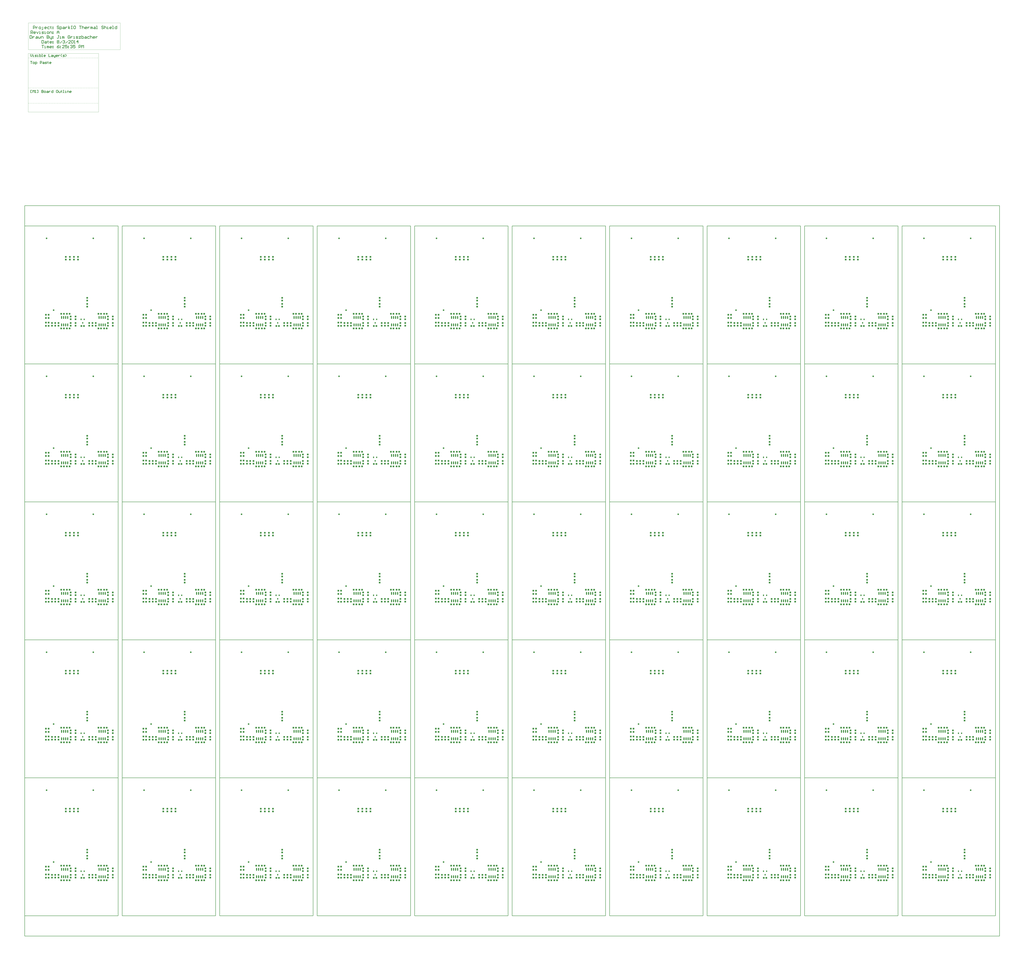
<source format=gtp>
%FSLAX25Y25*%
%MOIN*%
G70*
G01*
G75*
G04 Layer_Color=8421504*
%ADD10C,0.01200*%
G04:AMPARAMS|DCode=11|XSize=37.4mil|YSize=25.59mil|CornerRadius=6.4mil|HoleSize=0mil|Usage=FLASHONLY|Rotation=270.000|XOffset=0mil|YOffset=0mil|HoleType=Round|Shape=RoundedRectangle|*
%AMROUNDEDRECTD11*
21,1,0.03740,0.01280,0,0,270.0*
21,1,0.02461,0.02559,0,0,270.0*
1,1,0.01280,-0.00640,-0.01230*
1,1,0.01280,-0.00640,0.01230*
1,1,0.01280,0.00640,0.01230*
1,1,0.01280,0.00640,-0.01230*
%
%ADD11ROUNDEDRECTD11*%
%ADD12R,0.02559X0.03740*%
%ADD13O,0.02362X0.07480*%
%ADD14R,0.03900X0.04300*%
%ADD15C,0.04000*%
%ADD16R,0.04300X0.03900*%
%ADD17C,0.01500*%
%ADD18C,0.01000*%
%ADD19C,0.02000*%
%ADD20C,0.00394*%
%ADD21R,0.07087X0.07087*%
%ADD22C,0.07087*%
%ADD23C,0.09449*%
%ADD24R,0.07500X0.07500*%
%ADD25C,0.07500*%
%ADD26C,0.08661*%
%ADD27C,0.31496*%
%ADD28C,0.02500*%
%ADD29C,0.00787*%
%ADD30C,0.01575*%
%ADD31C,0.00984*%
%ADD32C,0.00700*%
%ADD33C,0.00800*%
D10*
X14600Y2155398D02*
X18599D01*
X16599D01*
Y2149400D01*
X21598D02*
X23597D01*
X24597Y2150400D01*
Y2152399D01*
X23597Y2153399D01*
X21598D01*
X20598Y2152399D01*
Y2150400D01*
X21598Y2149400D01*
X26596Y2147401D02*
Y2153399D01*
X29595D01*
X30595Y2152399D01*
Y2150400D01*
X29595Y2149400D01*
X26596D01*
X38592D02*
Y2155398D01*
X41591D01*
X42591Y2154398D01*
Y2152399D01*
X41591Y2151399D01*
X38592D01*
X45590Y2153399D02*
X47589D01*
X48589Y2152399D01*
Y2149400D01*
X45590D01*
X44590Y2150400D01*
X45590Y2151399D01*
X48589D01*
X50588Y2149400D02*
X53587D01*
X54587Y2150400D01*
X53587Y2151399D01*
X51588D01*
X50588Y2152399D01*
X51588Y2153399D01*
X54587D01*
X57586Y2154398D02*
Y2153399D01*
X56586D01*
X58586D01*
X57586D01*
Y2150400D01*
X58586Y2149400D01*
X64584D02*
X62585D01*
X61585Y2150400D01*
Y2152399D01*
X62585Y2153399D01*
X64584D01*
X65583Y2152399D01*
Y2151399D01*
X61585D01*
X17199Y2078300D02*
X15200D01*
Y2084298D01*
X17199D01*
X20198Y2078300D02*
Y2084298D01*
X22198Y2082299D01*
X24197Y2084298D01*
Y2078300D01*
X26196D02*
X28196D01*
X27196D01*
Y2084298D01*
X26196Y2083298D01*
X31195Y2078300D02*
X33194D01*
Y2084298D01*
X31195D01*
X42191D02*
Y2078300D01*
X45190D01*
X46190Y2079300D01*
Y2080299D01*
X45190Y2081299D01*
X42191D01*
X45190D01*
X46190Y2082299D01*
Y2083298D01*
X45190Y2084298D01*
X42191D01*
X49189Y2078300D02*
X51188D01*
X52188Y2079300D01*
Y2081299D01*
X51188Y2082299D01*
X49189D01*
X48189Y2081299D01*
Y2079300D01*
X49189Y2078300D01*
X55187Y2082299D02*
X57186D01*
X58186Y2081299D01*
Y2078300D01*
X55187D01*
X54187Y2079300D01*
X55187Y2080299D01*
X58186D01*
X60185Y2082299D02*
Y2078300D01*
Y2080299D01*
X61185Y2081299D01*
X62185Y2082299D01*
X63184D01*
X70182Y2084298D02*
Y2078300D01*
X67183D01*
X66184Y2079300D01*
Y2081299D01*
X67183Y2082299D01*
X70182D01*
X81179Y2084298D02*
X79179D01*
X78180Y2083298D01*
Y2079300D01*
X79179Y2078300D01*
X81179D01*
X82178Y2079300D01*
Y2083298D01*
X81179Y2084298D01*
X84178Y2082299D02*
Y2079300D01*
X85177Y2078300D01*
X88176D01*
Y2082299D01*
X91175Y2083298D02*
Y2082299D01*
X90176D01*
X92175D01*
X91175D01*
Y2079300D01*
X92175Y2078300D01*
X95174D02*
X97174D01*
X96174D01*
Y2084298D01*
X95174D01*
X100172Y2078300D02*
X102172D01*
X101172D01*
Y2082299D01*
X100172D01*
X105171Y2078300D02*
Y2082299D01*
X108170D01*
X109170Y2081299D01*
Y2078300D01*
X114168D02*
X112169D01*
X111169Y2079300D01*
Y2081299D01*
X112169Y2082299D01*
X114168D01*
X115168Y2081299D01*
Y2080299D01*
X111169D01*
X14600Y2172878D02*
Y2168879D01*
X16599Y2166879D01*
X18599Y2168879D01*
Y2172878D01*
X20598Y2166879D02*
X22597D01*
X21598D01*
Y2170878D01*
X20598D01*
X25596Y2166879D02*
X28596D01*
X29595Y2167879D01*
X28596Y2168879D01*
X26596D01*
X25596Y2169879D01*
X26596Y2170878D01*
X29595D01*
X31594Y2166879D02*
X33594D01*
X32594D01*
Y2170878D01*
X31594D01*
X36593Y2172878D02*
Y2166879D01*
X39592D01*
X40592Y2167879D01*
Y2168879D01*
Y2169879D01*
X39592Y2170878D01*
X36593D01*
X42591Y2166879D02*
X44590D01*
X43591D01*
Y2172878D01*
X42591D01*
X50588Y2166879D02*
X48589D01*
X47589Y2167879D01*
Y2169879D01*
X48589Y2170878D01*
X50588D01*
X51588Y2169879D01*
Y2168879D01*
X47589D01*
X59585Y2172878D02*
Y2166879D01*
X63584D01*
X66583Y2170878D02*
X68582D01*
X69582Y2169879D01*
Y2166879D01*
X66583D01*
X65583Y2167879D01*
X66583Y2168879D01*
X69582D01*
X71582Y2170878D02*
Y2167879D01*
X72581Y2166879D01*
X75580D01*
Y2165880D01*
X74581Y2164880D01*
X73581D01*
X75580Y2166879D02*
Y2170878D01*
X80579Y2166879D02*
X78579D01*
X77580Y2167879D01*
Y2169879D01*
X78579Y2170878D01*
X80579D01*
X81578Y2169879D01*
Y2168879D01*
X77580D01*
X83578Y2170878D02*
Y2166879D01*
Y2168879D01*
X84577Y2169879D01*
X85577Y2170878D01*
X86577D01*
X91575Y2166879D02*
X89576Y2168879D01*
Y2170878D01*
X91575Y2172878D01*
X94574Y2166879D02*
X97573D01*
X98573Y2167879D01*
X97573Y2168879D01*
X95574D01*
X94574Y2169879D01*
X95574Y2170878D01*
X98573D01*
X100572Y2166879D02*
X102571Y2168879D01*
Y2170878D01*
X100572Y2172878D01*
X21364Y2235431D02*
Y2242428D01*
X24863D01*
X26029Y2241262D01*
Y2238930D01*
X24863Y2237763D01*
X21364D01*
X28362Y2240096D02*
Y2235431D01*
Y2237763D01*
X29528Y2238930D01*
X30694Y2240096D01*
X31861D01*
X36526Y2235431D02*
X38858D01*
X40025Y2236597D01*
Y2238930D01*
X38858Y2240096D01*
X36526D01*
X35359Y2238930D01*
Y2236597D01*
X36526Y2235431D01*
X42357Y2233098D02*
X43523D01*
X44690Y2234264D01*
Y2240096D01*
X52854Y2235431D02*
X50521D01*
X49355Y2236597D01*
Y2238930D01*
X50521Y2240096D01*
X52854D01*
X54020Y2238930D01*
Y2237763D01*
X49355D01*
X61018Y2240096D02*
X57519D01*
X56353Y2238930D01*
Y2236597D01*
X57519Y2235431D01*
X61018D01*
X64517Y2241262D02*
Y2240096D01*
X63350D01*
X65683D01*
X64517D01*
Y2236597D01*
X65683Y2235431D01*
X69182Y2240096D02*
X70348D01*
Y2238930D01*
X69182D01*
Y2240096D01*
Y2236597D02*
X70348D01*
Y2235431D01*
X69182D01*
Y2236597D01*
X15532Y2223620D02*
Y2230617D01*
X19031D01*
X20198Y2229451D01*
Y2227118D01*
X19031Y2225952D01*
X15532D01*
X17865D02*
X20198Y2223620D01*
X26029D02*
X23697D01*
X22530Y2224786D01*
Y2227118D01*
X23697Y2228285D01*
X26029D01*
X27195Y2227118D01*
Y2225952D01*
X22530D01*
X29528Y2228285D02*
X31861Y2223620D01*
X34193Y2228285D01*
X36526Y2223620D02*
X38858D01*
X37692D01*
Y2228285D01*
X36526D01*
X42357Y2223620D02*
X45856D01*
X47022Y2224786D01*
X45856Y2225952D01*
X43523D01*
X42357Y2227118D01*
X43523Y2228285D01*
X47022D01*
X49355Y2223620D02*
X51688D01*
X50521D01*
Y2228285D01*
X49355D01*
X56353Y2223620D02*
X58685D01*
X59851Y2224786D01*
Y2227118D01*
X58685Y2228285D01*
X56353D01*
X55186Y2227118D01*
Y2224786D01*
X56353Y2223620D01*
X62184D02*
Y2228285D01*
X65683D01*
X66849Y2227118D01*
Y2223620D01*
X69182Y2228285D02*
X70348D01*
Y2227118D01*
X69182D01*
Y2228285D01*
Y2224786D02*
X70348D01*
Y2223620D01*
X69182D01*
Y2224786D01*
X13200Y2218806D02*
Y2211809D01*
X16699D01*
X17865Y2212975D01*
Y2217640D01*
X16699Y2218806D01*
X13200D01*
X20198Y2216474D02*
Y2211809D01*
Y2214141D01*
X21364Y2215307D01*
X22530Y2216474D01*
X23697D01*
X28362D02*
X30694D01*
X31861Y2215307D01*
Y2211809D01*
X28362D01*
X27195Y2212975D01*
X28362Y2214141D01*
X31861D01*
X34193Y2216474D02*
Y2212975D01*
X35359Y2211809D01*
X36526Y2212975D01*
X37692Y2211809D01*
X38858Y2212975D01*
Y2216474D01*
X41191Y2211809D02*
Y2216474D01*
X44690D01*
X45856Y2215307D01*
Y2211809D01*
X55186Y2218806D02*
Y2211809D01*
X58685D01*
X59851Y2212975D01*
Y2214141D01*
X58685Y2215307D01*
X55186D01*
X58685D01*
X59851Y2216474D01*
Y2217640D01*
X58685Y2218806D01*
X55186D01*
X62184Y2216474D02*
Y2212975D01*
X63350Y2211809D01*
X66849D01*
Y2210642D01*
X65683Y2209476D01*
X64517D01*
X66849Y2211809D02*
Y2216474D01*
X69182D02*
X70348D01*
Y2215307D01*
X69182D01*
Y2216474D01*
Y2212975D02*
X70348D01*
Y2211809D01*
X69182D01*
Y2212975D01*
X42357Y2206995D02*
Y2199998D01*
X45856D01*
X47022Y2201164D01*
Y2205829D01*
X45856Y2206995D01*
X42357D01*
X50521Y2204663D02*
X52854D01*
X54020Y2203497D01*
Y2199998D01*
X50521D01*
X49355Y2201164D01*
X50521Y2202330D01*
X54020D01*
X57519Y2205829D02*
Y2204663D01*
X56353D01*
X58685D01*
X57519D01*
Y2201164D01*
X58685Y2199998D01*
X65683D02*
X63350D01*
X62184Y2201164D01*
Y2203497D01*
X63350Y2204663D01*
X65683D01*
X66849Y2203497D01*
Y2202330D01*
X62184D01*
X69182Y2204663D02*
X70348D01*
Y2203497D01*
X69182D01*
Y2204663D01*
Y2201164D02*
X70348D01*
Y2199998D01*
X69182D01*
Y2201164D01*
X42357Y2195184D02*
X47022D01*
X44690D01*
Y2188187D01*
X49355D02*
X51688D01*
X50521D01*
Y2192852D01*
X49355D01*
X55186Y2188187D02*
Y2192852D01*
X56353D01*
X57519Y2191685D01*
Y2188187D01*
Y2191685D01*
X58685Y2192852D01*
X59851Y2191685D01*
Y2188187D01*
X65683D02*
X63350D01*
X62184Y2189353D01*
Y2191685D01*
X63350Y2192852D01*
X65683D01*
X66849Y2191685D01*
Y2190519D01*
X62184D01*
X69182Y2192852D02*
X70348D01*
Y2191685D01*
X69182D01*
Y2192852D01*
Y2189353D02*
X70348D01*
Y2188187D01*
X69182D01*
Y2189353D01*
X84794Y2241262D02*
X83628Y2242428D01*
X81295D01*
X80129Y2241262D01*
Y2240096D01*
X81295Y2238930D01*
X83628D01*
X84794Y2237763D01*
Y2236597D01*
X83628Y2235431D01*
X81295D01*
X80129Y2236597D01*
X87127Y2233098D02*
Y2240096D01*
X90626D01*
X91792Y2238930D01*
Y2236597D01*
X90626Y2235431D01*
X87127D01*
X95291Y2240096D02*
X97623D01*
X98790Y2238930D01*
Y2235431D01*
X95291D01*
X94125Y2236597D01*
X95291Y2237763D01*
X98790D01*
X101122Y2240096D02*
Y2235431D01*
Y2237763D01*
X102289Y2238930D01*
X103455Y2240096D01*
X104621D01*
X108120Y2235431D02*
Y2242428D01*
Y2237763D02*
X111619Y2240096D01*
X108120Y2237763D02*
X111619Y2235431D01*
X115118Y2242428D02*
X117450D01*
X116284D01*
Y2235431D01*
X115118D01*
X117450D01*
X124448Y2242428D02*
X122116D01*
X120949Y2241262D01*
Y2236597D01*
X122116Y2235431D01*
X124448D01*
X125614Y2236597D01*
Y2241262D01*
X124448Y2242428D01*
X134945D02*
X139610D01*
X137277D01*
Y2235431D01*
X141943Y2242428D02*
Y2235431D01*
Y2238930D01*
X143109Y2240096D01*
X145441D01*
X146608Y2238930D01*
Y2235431D01*
X152439D02*
X150107D01*
X148940Y2236597D01*
Y2238930D01*
X150107Y2240096D01*
X152439D01*
X153605Y2238930D01*
Y2237763D01*
X148940D01*
X155938Y2240096D02*
Y2235431D01*
Y2237763D01*
X157104Y2238930D01*
X158271Y2240096D01*
X159437D01*
X162936Y2235431D02*
Y2240096D01*
X164102D01*
X165268Y2238930D01*
Y2235431D01*
Y2238930D01*
X166435Y2240096D01*
X167601Y2238930D01*
Y2235431D01*
X171100Y2240096D02*
X173432D01*
X174599Y2238930D01*
Y2235431D01*
X171100D01*
X169933Y2236597D01*
X171100Y2237763D01*
X174599D01*
X176931Y2235431D02*
X179264D01*
X178097D01*
Y2242428D01*
X176931D01*
X194425Y2241262D02*
X193259Y2242428D01*
X190927D01*
X189760Y2241262D01*
Y2240096D01*
X190927Y2238930D01*
X193259D01*
X194425Y2237763D01*
Y2236597D01*
X193259Y2235431D01*
X190927D01*
X189760Y2236597D01*
X196758Y2242428D02*
Y2235431D01*
Y2238930D01*
X197924Y2240096D01*
X200257D01*
X201423Y2238930D01*
Y2235431D01*
X203756D02*
X206088D01*
X204922D01*
Y2240096D01*
X203756D01*
X213086Y2235431D02*
X210754D01*
X209587Y2236597D01*
Y2238930D01*
X210754Y2240096D01*
X213086D01*
X214252Y2238930D01*
Y2237763D01*
X209587D01*
X216585Y2235431D02*
X218918D01*
X217751D01*
Y2242428D01*
X216585D01*
X227082D02*
Y2235431D01*
X223583D01*
X222416Y2236597D01*
Y2238930D01*
X223583Y2240096D01*
X227082D01*
X80129Y2223620D02*
Y2228285D01*
X82462Y2230617D01*
X84794Y2228285D01*
Y2223620D01*
Y2227118D01*
X80129D01*
X84794Y2218806D02*
X82462D01*
X83628D01*
Y2212975D01*
X82462Y2211809D01*
X81295D01*
X80129Y2212975D01*
X87127Y2211809D02*
X89459D01*
X88293D01*
Y2216474D01*
X87127D01*
X92958Y2211809D02*
Y2216474D01*
X94125D01*
X95291Y2215307D01*
Y2211809D01*
Y2215307D01*
X96457Y2216474D01*
X97623Y2215307D01*
Y2211809D01*
X111619Y2217640D02*
X110453Y2218806D01*
X108120D01*
X106954Y2217640D01*
Y2212975D01*
X108120Y2211809D01*
X110453D01*
X111619Y2212975D01*
Y2215307D01*
X109286D01*
X113952Y2216474D02*
Y2211809D01*
Y2214141D01*
X115118Y2215307D01*
X116284Y2216474D01*
X117450D01*
X120949Y2211809D02*
X123282D01*
X122116D01*
Y2216474D01*
X120949D01*
X126781Y2211809D02*
X130280D01*
X131446Y2212975D01*
X130280Y2214141D01*
X127947D01*
X126781Y2215307D01*
X127947Y2216474D01*
X131446D01*
X133778D02*
X138444D01*
X133778Y2211809D01*
X138444D01*
X140776Y2218806D02*
Y2211809D01*
X144275D01*
X145441Y2212975D01*
Y2214141D01*
Y2215307D01*
X144275Y2216474D01*
X140776D01*
X148940D02*
X151273D01*
X152439Y2215307D01*
Y2211809D01*
X148940D01*
X147774Y2212975D01*
X148940Y2214141D01*
X152439D01*
X159437Y2216474D02*
X155938D01*
X154772Y2215307D01*
Y2212975D01*
X155938Y2211809D01*
X159437D01*
X161769Y2218806D02*
Y2211809D01*
Y2215307D01*
X162936Y2216474D01*
X165268D01*
X166435Y2215307D01*
Y2211809D01*
X172266D02*
X169933D01*
X168767Y2212975D01*
Y2215307D01*
X169933Y2216474D01*
X172266D01*
X173432Y2215307D01*
Y2214141D01*
X168767D01*
X175765Y2216474D02*
Y2211809D01*
Y2214141D01*
X176931Y2215307D01*
X178097Y2216474D01*
X179264D01*
X84794Y2195184D02*
X82462Y2194018D01*
X80129Y2191685D01*
Y2189353D01*
X81295Y2188187D01*
X83628D01*
X84794Y2189353D01*
Y2190519D01*
X83628Y2191685D01*
X80129D01*
X87127Y2192852D02*
X88293D01*
Y2191685D01*
X87127D01*
Y2192852D01*
Y2189353D02*
X88293D01*
Y2188187D01*
X87127D01*
Y2189353D01*
X97623Y2188187D02*
X92958D01*
X97623Y2192852D01*
Y2194018D01*
X96457Y2195184D01*
X94125D01*
X92958Y2194018D01*
X104621Y2195184D02*
X99956D01*
Y2191685D01*
X102289Y2192852D01*
X103455D01*
X104621Y2191685D01*
Y2189353D01*
X103455Y2188187D01*
X101122D01*
X99956Y2189353D01*
X106954Y2192852D02*
X108120D01*
Y2191685D01*
X106954D01*
Y2192852D01*
Y2189353D02*
X108120D01*
Y2188187D01*
X106954D01*
Y2189353D01*
X112785Y2194018D02*
X113952Y2195184D01*
X116284D01*
X117450Y2194018D01*
Y2192852D01*
X116284Y2191685D01*
X115118D01*
X116284D01*
X117450Y2190519D01*
Y2189353D01*
X116284Y2188187D01*
X113952D01*
X112785Y2189353D01*
X124448Y2195184D02*
X119783D01*
Y2191685D01*
X122116Y2192852D01*
X123282D01*
X124448Y2191685D01*
Y2189353D01*
X123282Y2188187D01*
X120949D01*
X119783Y2189353D01*
X133778Y2188187D02*
Y2195184D01*
X137277D01*
X138444Y2194018D01*
Y2191685D01*
X137277Y2190519D01*
X133778D01*
X140776Y2188187D02*
Y2195184D01*
X143109Y2192852D01*
X145441Y2195184D01*
Y2188187D01*
X80129Y2205829D02*
X81295Y2206995D01*
X83628D01*
X84794Y2205829D01*
Y2204663D01*
X83628Y2203497D01*
X84794Y2202330D01*
Y2201164D01*
X83628Y2199998D01*
X81295D01*
X80129Y2201164D01*
Y2202330D01*
X81295Y2203497D01*
X80129Y2204663D01*
Y2205829D01*
X81295Y2203497D02*
X83628D01*
X87127Y2199998D02*
X91792Y2204663D01*
X94125Y2205829D02*
X95291Y2206995D01*
X97623D01*
X98790Y2205829D01*
Y2204663D01*
X97623Y2203497D01*
X96457D01*
X97623D01*
X98790Y2202330D01*
Y2201164D01*
X97623Y2199998D01*
X95291D01*
X94125Y2201164D01*
X101122Y2199998D02*
X105788Y2204663D01*
X112785Y2199998D02*
X108120D01*
X112785Y2204663D01*
Y2205829D01*
X111619Y2206995D01*
X109286D01*
X108120Y2205829D01*
X115118D02*
X116284Y2206995D01*
X118617D01*
X119783Y2205829D01*
Y2201164D01*
X118617Y2199998D01*
X116284D01*
X115118Y2201164D01*
Y2205829D01*
X122116Y2199998D02*
X124448D01*
X123282D01*
Y2206995D01*
X122116Y2205829D01*
X131446Y2199998D02*
Y2206995D01*
X127947Y2203497D01*
X132612D01*
D11*
X143000Y150969D02*
D03*
X139260Y159631D02*
D03*
X383000Y150969D02*
D03*
X379260Y159631D02*
D03*
X623000Y150969D02*
D03*
X619260Y159631D02*
D03*
X863000Y150969D02*
D03*
X859260Y159631D02*
D03*
X1103000Y150969D02*
D03*
X1099260Y159631D02*
D03*
X1343000Y150969D02*
D03*
X1339260Y159631D02*
D03*
X1583000Y150969D02*
D03*
X1579260Y159631D02*
D03*
X1823000Y150969D02*
D03*
X1819260Y159631D02*
D03*
X2063000Y150969D02*
D03*
X2059260Y159631D02*
D03*
X2303000Y150969D02*
D03*
X2299260Y159631D02*
D03*
X143000Y490969D02*
D03*
X139260Y499631D02*
D03*
X383000Y490969D02*
D03*
X379260Y499631D02*
D03*
X623000Y490969D02*
D03*
X619260Y499631D02*
D03*
X863000Y490969D02*
D03*
X859260Y499631D02*
D03*
X1103000Y490969D02*
D03*
X1099260Y499631D02*
D03*
X1343000Y490969D02*
D03*
X1339260Y499631D02*
D03*
X1583000Y490969D02*
D03*
X1579260Y499631D02*
D03*
X1823000Y490969D02*
D03*
X1819260Y499631D02*
D03*
X2063000Y490969D02*
D03*
X2059260Y499631D02*
D03*
X2303000Y490969D02*
D03*
X2299260Y499631D02*
D03*
X143000Y830969D02*
D03*
X139260Y839631D02*
D03*
X383000Y830969D02*
D03*
X379260Y839631D02*
D03*
X623000Y830969D02*
D03*
X619260Y839631D02*
D03*
X863000Y830969D02*
D03*
X859260Y839631D02*
D03*
X1103000Y830969D02*
D03*
X1099260Y839631D02*
D03*
X1343000Y830969D02*
D03*
X1339260Y839631D02*
D03*
X1583000Y830969D02*
D03*
X1579260Y839631D02*
D03*
X1823000Y830969D02*
D03*
X1819260Y839631D02*
D03*
X2063000Y830969D02*
D03*
X2059260Y839631D02*
D03*
X2303000Y830969D02*
D03*
X2299260Y839631D02*
D03*
X143000Y1170969D02*
D03*
X139260Y1179631D02*
D03*
X383000Y1170969D02*
D03*
X379260Y1179631D02*
D03*
X623000Y1170969D02*
D03*
X619260Y1179631D02*
D03*
X863000Y1170969D02*
D03*
X859260Y1179631D02*
D03*
X1103000Y1170969D02*
D03*
X1099260Y1179631D02*
D03*
X1343000Y1170969D02*
D03*
X1339260Y1179631D02*
D03*
X1583000Y1170969D02*
D03*
X1579260Y1179631D02*
D03*
X1823000Y1170969D02*
D03*
X1819260Y1179631D02*
D03*
X2063000Y1170969D02*
D03*
X2059260Y1179631D02*
D03*
X2303000Y1170969D02*
D03*
X2299260Y1179631D02*
D03*
X143000Y1510969D02*
D03*
X139260Y1519631D02*
D03*
X383000Y1510969D02*
D03*
X379260Y1519631D02*
D03*
X623000Y1510969D02*
D03*
X619260Y1519631D02*
D03*
X863000Y1510969D02*
D03*
X859260Y1519631D02*
D03*
X1103000Y1510969D02*
D03*
X1099260Y1519631D02*
D03*
X1343000Y1510969D02*
D03*
X1339260Y1519631D02*
D03*
X1583000Y1510969D02*
D03*
X1579260Y1519631D02*
D03*
X1823000Y1510969D02*
D03*
X1819260Y1519631D02*
D03*
X2063000Y1510969D02*
D03*
X2059260Y1519631D02*
D03*
X2303000Y1510969D02*
D03*
X2299260Y1519631D02*
D03*
D12*
X146740Y159631D02*
D03*
X386740D02*
D03*
X626740D02*
D03*
X866740D02*
D03*
X1106740D02*
D03*
X1346740D02*
D03*
X1586740D02*
D03*
X1826740D02*
D03*
X2066740D02*
D03*
X2306740D02*
D03*
X146740Y499631D02*
D03*
X386740D02*
D03*
X626740D02*
D03*
X866740D02*
D03*
X1106740D02*
D03*
X1346740D02*
D03*
X1586740D02*
D03*
X1826740D02*
D03*
X2066740D02*
D03*
X2306740D02*
D03*
X146740Y839631D02*
D03*
X386740D02*
D03*
X626740D02*
D03*
X866740D02*
D03*
X1106740D02*
D03*
X1346740D02*
D03*
X1586740D02*
D03*
X1826740D02*
D03*
X2066740D02*
D03*
X2306740D02*
D03*
X146740Y1179631D02*
D03*
X386740D02*
D03*
X626740D02*
D03*
X866740D02*
D03*
X1106740D02*
D03*
X1346740D02*
D03*
X1586740D02*
D03*
X1826740D02*
D03*
X2066740D02*
D03*
X2306740D02*
D03*
X146740Y1519631D02*
D03*
X386740D02*
D03*
X626740D02*
D03*
X866740D02*
D03*
X1106740D02*
D03*
X1346740D02*
D03*
X1586740D02*
D03*
X1826740D02*
D03*
X2066740D02*
D03*
X2306740D02*
D03*
D13*
X106279Y164253D02*
D03*
X101279D02*
D03*
X96279D02*
D03*
X91279D02*
D03*
X106279Y145749D02*
D03*
X101279D02*
D03*
X96279D02*
D03*
X91279D02*
D03*
X198500Y164253D02*
D03*
X193500D02*
D03*
X188500D02*
D03*
X183500D02*
D03*
X198500Y145749D02*
D03*
X193500D02*
D03*
X188500D02*
D03*
X183500D02*
D03*
X346279Y164253D02*
D03*
X341279D02*
D03*
X336279D02*
D03*
X331279D02*
D03*
X346279Y145749D02*
D03*
X341279D02*
D03*
X336279D02*
D03*
X331279D02*
D03*
X438500Y164253D02*
D03*
X433500D02*
D03*
X428500D02*
D03*
X423500D02*
D03*
X438500Y145749D02*
D03*
X433500D02*
D03*
X428500D02*
D03*
X423500D02*
D03*
X586279Y164253D02*
D03*
X581279D02*
D03*
X576279D02*
D03*
X571279D02*
D03*
X586279Y145749D02*
D03*
X581279D02*
D03*
X576279D02*
D03*
X571279D02*
D03*
X678500Y164253D02*
D03*
X673500D02*
D03*
X668500D02*
D03*
X663500D02*
D03*
X678500Y145749D02*
D03*
X673500D02*
D03*
X668500D02*
D03*
X663500D02*
D03*
X826279Y164253D02*
D03*
X821279D02*
D03*
X816279D02*
D03*
X811279D02*
D03*
X826279Y145749D02*
D03*
X821279D02*
D03*
X816279D02*
D03*
X811279D02*
D03*
X918500Y164253D02*
D03*
X913500D02*
D03*
X908500D02*
D03*
X903500D02*
D03*
X918500Y145749D02*
D03*
X913500D02*
D03*
X908500D02*
D03*
X903500D02*
D03*
X1066279Y164253D02*
D03*
X1061279D02*
D03*
X1056279D02*
D03*
X1051279D02*
D03*
X1066279Y145749D02*
D03*
X1061279D02*
D03*
X1056279D02*
D03*
X1051279D02*
D03*
X1158500Y164253D02*
D03*
X1153500D02*
D03*
X1148500D02*
D03*
X1143500D02*
D03*
X1158500Y145749D02*
D03*
X1153500D02*
D03*
X1148500D02*
D03*
X1143500D02*
D03*
X1306279Y164253D02*
D03*
X1301279D02*
D03*
X1296279D02*
D03*
X1291279D02*
D03*
X1306279Y145749D02*
D03*
X1301279D02*
D03*
X1296279D02*
D03*
X1291279D02*
D03*
X1398500Y164253D02*
D03*
X1393500D02*
D03*
X1388500D02*
D03*
X1383500D02*
D03*
X1398500Y145749D02*
D03*
X1393500D02*
D03*
X1388500D02*
D03*
X1383500D02*
D03*
X1546279Y164253D02*
D03*
X1541279D02*
D03*
X1536279D02*
D03*
X1531279D02*
D03*
X1546279Y145749D02*
D03*
X1541279D02*
D03*
X1536279D02*
D03*
X1531279D02*
D03*
X1638500Y164253D02*
D03*
X1633500D02*
D03*
X1628500D02*
D03*
X1623500D02*
D03*
X1638500Y145749D02*
D03*
X1633500D02*
D03*
X1628500D02*
D03*
X1623500D02*
D03*
X1786279Y164253D02*
D03*
X1781279D02*
D03*
X1776279D02*
D03*
X1771279D02*
D03*
X1786279Y145749D02*
D03*
X1781279D02*
D03*
X1776279D02*
D03*
X1771279D02*
D03*
X1878500Y164253D02*
D03*
X1873500D02*
D03*
X1868500D02*
D03*
X1863500D02*
D03*
X1878500Y145749D02*
D03*
X1873500D02*
D03*
X1868500D02*
D03*
X1863500D02*
D03*
X2026279Y164253D02*
D03*
X2021279D02*
D03*
X2016279D02*
D03*
X2011279D02*
D03*
X2026279Y145749D02*
D03*
X2021279D02*
D03*
X2016279D02*
D03*
X2011279D02*
D03*
X2118500Y164253D02*
D03*
X2113500D02*
D03*
X2108500D02*
D03*
X2103500D02*
D03*
X2118500Y145749D02*
D03*
X2113500D02*
D03*
X2108500D02*
D03*
X2103500D02*
D03*
X2266279Y164253D02*
D03*
X2261279D02*
D03*
X2256279D02*
D03*
X2251279D02*
D03*
X2266279Y145749D02*
D03*
X2261279D02*
D03*
X2256279D02*
D03*
X2251279D02*
D03*
X2358500Y164253D02*
D03*
X2353500D02*
D03*
X2348500D02*
D03*
X2343500D02*
D03*
X2358500Y145749D02*
D03*
X2353500D02*
D03*
X2348500D02*
D03*
X2343500D02*
D03*
X106279Y504253D02*
D03*
X101279D02*
D03*
X96279D02*
D03*
X91279D02*
D03*
X106279Y485749D02*
D03*
X101279D02*
D03*
X96279D02*
D03*
X91279D02*
D03*
X198500Y504253D02*
D03*
X193500D02*
D03*
X188500D02*
D03*
X183500D02*
D03*
X198500Y485749D02*
D03*
X193500D02*
D03*
X188500D02*
D03*
X183500D02*
D03*
X346279Y504253D02*
D03*
X341279D02*
D03*
X336279D02*
D03*
X331279D02*
D03*
X346279Y485749D02*
D03*
X341279D02*
D03*
X336279D02*
D03*
X331279D02*
D03*
X438500Y504253D02*
D03*
X433500D02*
D03*
X428500D02*
D03*
X423500D02*
D03*
X438500Y485749D02*
D03*
X433500D02*
D03*
X428500D02*
D03*
X423500D02*
D03*
X586279Y504253D02*
D03*
X581279D02*
D03*
X576279D02*
D03*
X571279D02*
D03*
X586279Y485749D02*
D03*
X581279D02*
D03*
X576279D02*
D03*
X571279D02*
D03*
X678500Y504253D02*
D03*
X673500D02*
D03*
X668500D02*
D03*
X663500D02*
D03*
X678500Y485749D02*
D03*
X673500D02*
D03*
X668500D02*
D03*
X663500D02*
D03*
X826279Y504253D02*
D03*
X821279D02*
D03*
X816279D02*
D03*
X811279D02*
D03*
X826279Y485749D02*
D03*
X821279D02*
D03*
X816279D02*
D03*
X811279D02*
D03*
X918500Y504253D02*
D03*
X913500D02*
D03*
X908500D02*
D03*
X903500D02*
D03*
X918500Y485749D02*
D03*
X913500D02*
D03*
X908500D02*
D03*
X903500D02*
D03*
X1066279Y504253D02*
D03*
X1061279D02*
D03*
X1056279D02*
D03*
X1051279D02*
D03*
X1066279Y485749D02*
D03*
X1061279D02*
D03*
X1056279D02*
D03*
X1051279D02*
D03*
X1158500Y504253D02*
D03*
X1153500D02*
D03*
X1148500D02*
D03*
X1143500D02*
D03*
X1158500Y485749D02*
D03*
X1153500D02*
D03*
X1148500D02*
D03*
X1143500D02*
D03*
X1306279Y504253D02*
D03*
X1301279D02*
D03*
X1296279D02*
D03*
X1291279D02*
D03*
X1306279Y485749D02*
D03*
X1301279D02*
D03*
X1296279D02*
D03*
X1291279D02*
D03*
X1398500Y504253D02*
D03*
X1393500D02*
D03*
X1388500D02*
D03*
X1383500D02*
D03*
X1398500Y485749D02*
D03*
X1393500D02*
D03*
X1388500D02*
D03*
X1383500D02*
D03*
X1546279Y504253D02*
D03*
X1541279D02*
D03*
X1536279D02*
D03*
X1531279D02*
D03*
X1546279Y485749D02*
D03*
X1541279D02*
D03*
X1536279D02*
D03*
X1531279D02*
D03*
X1638500Y504253D02*
D03*
X1633500D02*
D03*
X1628500D02*
D03*
X1623500D02*
D03*
X1638500Y485749D02*
D03*
X1633500D02*
D03*
X1628500D02*
D03*
X1623500D02*
D03*
X1786279Y504253D02*
D03*
X1781279D02*
D03*
X1776279D02*
D03*
X1771279D02*
D03*
X1786279Y485749D02*
D03*
X1781279D02*
D03*
X1776279D02*
D03*
X1771279D02*
D03*
X1878500Y504253D02*
D03*
X1873500D02*
D03*
X1868500D02*
D03*
X1863500D02*
D03*
X1878500Y485749D02*
D03*
X1873500D02*
D03*
X1868500D02*
D03*
X1863500D02*
D03*
X2026279Y504253D02*
D03*
X2021279D02*
D03*
X2016279D02*
D03*
X2011279D02*
D03*
X2026279Y485749D02*
D03*
X2021279D02*
D03*
X2016279D02*
D03*
X2011279D02*
D03*
X2118500Y504253D02*
D03*
X2113500D02*
D03*
X2108500D02*
D03*
X2103500D02*
D03*
X2118500Y485749D02*
D03*
X2113500D02*
D03*
X2108500D02*
D03*
X2103500D02*
D03*
X2266279Y504253D02*
D03*
X2261279D02*
D03*
X2256279D02*
D03*
X2251279D02*
D03*
X2266279Y485749D02*
D03*
X2261279D02*
D03*
X2256279D02*
D03*
X2251279D02*
D03*
X2358500Y504253D02*
D03*
X2353500D02*
D03*
X2348500D02*
D03*
X2343500D02*
D03*
X2358500Y485749D02*
D03*
X2353500D02*
D03*
X2348500D02*
D03*
X2343500D02*
D03*
X106279Y844253D02*
D03*
X101279D02*
D03*
X96279D02*
D03*
X91279D02*
D03*
X106279Y825749D02*
D03*
X101279D02*
D03*
X96279D02*
D03*
X91279D02*
D03*
X198500Y844253D02*
D03*
X193500D02*
D03*
X188500D02*
D03*
X183500D02*
D03*
X198500Y825749D02*
D03*
X193500D02*
D03*
X188500D02*
D03*
X183500D02*
D03*
X346279Y844253D02*
D03*
X341279D02*
D03*
X336279D02*
D03*
X331279D02*
D03*
X346279Y825749D02*
D03*
X341279D02*
D03*
X336279D02*
D03*
X331279D02*
D03*
X438500Y844253D02*
D03*
X433500D02*
D03*
X428500D02*
D03*
X423500D02*
D03*
X438500Y825749D02*
D03*
X433500D02*
D03*
X428500D02*
D03*
X423500D02*
D03*
X586279Y844253D02*
D03*
X581279D02*
D03*
X576279D02*
D03*
X571279D02*
D03*
X586279Y825749D02*
D03*
X581279D02*
D03*
X576279D02*
D03*
X571279D02*
D03*
X678500Y844253D02*
D03*
X673500D02*
D03*
X668500D02*
D03*
X663500D02*
D03*
X678500Y825749D02*
D03*
X673500D02*
D03*
X668500D02*
D03*
X663500D02*
D03*
X826279Y844253D02*
D03*
X821279D02*
D03*
X816279D02*
D03*
X811279D02*
D03*
X826279Y825749D02*
D03*
X821279D02*
D03*
X816279D02*
D03*
X811279D02*
D03*
X918500Y844253D02*
D03*
X913500D02*
D03*
X908500D02*
D03*
X903500D02*
D03*
X918500Y825749D02*
D03*
X913500D02*
D03*
X908500D02*
D03*
X903500D02*
D03*
X1066279Y844253D02*
D03*
X1061279D02*
D03*
X1056279D02*
D03*
X1051279D02*
D03*
X1066279Y825749D02*
D03*
X1061279D02*
D03*
X1056279D02*
D03*
X1051279D02*
D03*
X1158500Y844253D02*
D03*
X1153500D02*
D03*
X1148500D02*
D03*
X1143500D02*
D03*
X1158500Y825749D02*
D03*
X1153500D02*
D03*
X1148500D02*
D03*
X1143500D02*
D03*
X1306279Y844253D02*
D03*
X1301279D02*
D03*
X1296279D02*
D03*
X1291279D02*
D03*
X1306279Y825749D02*
D03*
X1301279D02*
D03*
X1296279D02*
D03*
X1291279D02*
D03*
X1398500Y844253D02*
D03*
X1393500D02*
D03*
X1388500D02*
D03*
X1383500D02*
D03*
X1398500Y825749D02*
D03*
X1393500D02*
D03*
X1388500D02*
D03*
X1383500D02*
D03*
X1546279Y844253D02*
D03*
X1541279D02*
D03*
X1536279D02*
D03*
X1531279D02*
D03*
X1546279Y825749D02*
D03*
X1541279D02*
D03*
X1536279D02*
D03*
X1531279D02*
D03*
X1638500Y844253D02*
D03*
X1633500D02*
D03*
X1628500D02*
D03*
X1623500D02*
D03*
X1638500Y825749D02*
D03*
X1633500D02*
D03*
X1628500D02*
D03*
X1623500D02*
D03*
X1786279Y844253D02*
D03*
X1781279D02*
D03*
X1776279D02*
D03*
X1771279D02*
D03*
X1786279Y825749D02*
D03*
X1781279D02*
D03*
X1776279D02*
D03*
X1771279D02*
D03*
X1878500Y844253D02*
D03*
X1873500D02*
D03*
X1868500D02*
D03*
X1863500D02*
D03*
X1878500Y825749D02*
D03*
X1873500D02*
D03*
X1868500D02*
D03*
X1863500D02*
D03*
X2026279Y844253D02*
D03*
X2021279D02*
D03*
X2016279D02*
D03*
X2011279D02*
D03*
X2026279Y825749D02*
D03*
X2021279D02*
D03*
X2016279D02*
D03*
X2011279D02*
D03*
X2118500Y844253D02*
D03*
X2113500D02*
D03*
X2108500D02*
D03*
X2103500D02*
D03*
X2118500Y825749D02*
D03*
X2113500D02*
D03*
X2108500D02*
D03*
X2103500D02*
D03*
X2266279Y844253D02*
D03*
X2261279D02*
D03*
X2256279D02*
D03*
X2251279D02*
D03*
X2266279Y825749D02*
D03*
X2261279D02*
D03*
X2256279D02*
D03*
X2251279D02*
D03*
X2358500Y844253D02*
D03*
X2353500D02*
D03*
X2348500D02*
D03*
X2343500D02*
D03*
X2358500Y825749D02*
D03*
X2353500D02*
D03*
X2348500D02*
D03*
X2343500D02*
D03*
X106279Y1184253D02*
D03*
X101279D02*
D03*
X96279D02*
D03*
X91279D02*
D03*
X106279Y1165749D02*
D03*
X101279D02*
D03*
X96279D02*
D03*
X91279D02*
D03*
X198500Y1184253D02*
D03*
X193500D02*
D03*
X188500D02*
D03*
X183500D02*
D03*
X198500Y1165749D02*
D03*
X193500D02*
D03*
X188500D02*
D03*
X183500D02*
D03*
X346279Y1184253D02*
D03*
X341279D02*
D03*
X336279D02*
D03*
X331279D02*
D03*
X346279Y1165749D02*
D03*
X341279D02*
D03*
X336279D02*
D03*
X331279D02*
D03*
X438500Y1184253D02*
D03*
X433500D02*
D03*
X428500D02*
D03*
X423500D02*
D03*
X438500Y1165749D02*
D03*
X433500D02*
D03*
X428500D02*
D03*
X423500D02*
D03*
X586279Y1184253D02*
D03*
X581279D02*
D03*
X576279D02*
D03*
X571279D02*
D03*
X586279Y1165749D02*
D03*
X581279D02*
D03*
X576279D02*
D03*
X571279D02*
D03*
X678500Y1184253D02*
D03*
X673500D02*
D03*
X668500D02*
D03*
X663500D02*
D03*
X678500Y1165749D02*
D03*
X673500D02*
D03*
X668500D02*
D03*
X663500D02*
D03*
X826279Y1184253D02*
D03*
X821279D02*
D03*
X816279D02*
D03*
X811279D02*
D03*
X826279Y1165749D02*
D03*
X821279D02*
D03*
X816279D02*
D03*
X811279D02*
D03*
X918500Y1184253D02*
D03*
X913500D02*
D03*
X908500D02*
D03*
X903500D02*
D03*
X918500Y1165749D02*
D03*
X913500D02*
D03*
X908500D02*
D03*
X903500D02*
D03*
X1066279Y1184253D02*
D03*
X1061279D02*
D03*
X1056279D02*
D03*
X1051279D02*
D03*
X1066279Y1165749D02*
D03*
X1061279D02*
D03*
X1056279D02*
D03*
X1051279D02*
D03*
X1158500Y1184253D02*
D03*
X1153500D02*
D03*
X1148500D02*
D03*
X1143500D02*
D03*
X1158500Y1165749D02*
D03*
X1153500D02*
D03*
X1148500D02*
D03*
X1143500D02*
D03*
X1306279Y1184253D02*
D03*
X1301279D02*
D03*
X1296279D02*
D03*
X1291279D02*
D03*
X1306279Y1165749D02*
D03*
X1301279D02*
D03*
X1296279D02*
D03*
X1291279D02*
D03*
X1398500Y1184253D02*
D03*
X1393500D02*
D03*
X1388500D02*
D03*
X1383500D02*
D03*
X1398500Y1165749D02*
D03*
X1393500D02*
D03*
X1388500D02*
D03*
X1383500D02*
D03*
X1546279Y1184253D02*
D03*
X1541279D02*
D03*
X1536279D02*
D03*
X1531279D02*
D03*
X1546279Y1165749D02*
D03*
X1541279D02*
D03*
X1536279D02*
D03*
X1531279D02*
D03*
X1638500Y1184253D02*
D03*
X1633500D02*
D03*
X1628500D02*
D03*
X1623500D02*
D03*
X1638500Y1165749D02*
D03*
X1633500D02*
D03*
X1628500D02*
D03*
X1623500D02*
D03*
X1786279Y1184253D02*
D03*
X1781279D02*
D03*
X1776279D02*
D03*
X1771279D02*
D03*
X1786279Y1165749D02*
D03*
X1781279D02*
D03*
X1776279D02*
D03*
X1771279D02*
D03*
X1878500Y1184253D02*
D03*
X1873500D02*
D03*
X1868500D02*
D03*
X1863500D02*
D03*
X1878500Y1165749D02*
D03*
X1873500D02*
D03*
X1868500D02*
D03*
X1863500D02*
D03*
X2026279Y1184253D02*
D03*
X2021279D02*
D03*
X2016279D02*
D03*
X2011279D02*
D03*
X2026279Y1165749D02*
D03*
X2021279D02*
D03*
X2016279D02*
D03*
X2011279D02*
D03*
X2118500Y1184253D02*
D03*
X2113500D02*
D03*
X2108500D02*
D03*
X2103500D02*
D03*
X2118500Y1165749D02*
D03*
X2113500D02*
D03*
X2108500D02*
D03*
X2103500D02*
D03*
X2266279Y1184253D02*
D03*
X2261279D02*
D03*
X2256279D02*
D03*
X2251279D02*
D03*
X2266279Y1165749D02*
D03*
X2261279D02*
D03*
X2256279D02*
D03*
X2251279D02*
D03*
X2358500Y1184253D02*
D03*
X2353500D02*
D03*
X2348500D02*
D03*
X2343500D02*
D03*
X2358500Y1165749D02*
D03*
X2353500D02*
D03*
X2348500D02*
D03*
X2343500D02*
D03*
X106279Y1524253D02*
D03*
X101279D02*
D03*
X96279D02*
D03*
X91279D02*
D03*
X106279Y1505749D02*
D03*
X101279D02*
D03*
X96279D02*
D03*
X91279D02*
D03*
X198500Y1524253D02*
D03*
X193500D02*
D03*
X188500D02*
D03*
X183500D02*
D03*
X198500Y1505749D02*
D03*
X193500D02*
D03*
X188500D02*
D03*
X183500D02*
D03*
X346279Y1524253D02*
D03*
X341279D02*
D03*
X336279D02*
D03*
X331279D02*
D03*
X346279Y1505749D02*
D03*
X341279D02*
D03*
X336279D02*
D03*
X331279D02*
D03*
X438500Y1524253D02*
D03*
X433500D02*
D03*
X428500D02*
D03*
X423500D02*
D03*
X438500Y1505749D02*
D03*
X433500D02*
D03*
X428500D02*
D03*
X423500D02*
D03*
X586279Y1524253D02*
D03*
X581279D02*
D03*
X576279D02*
D03*
X571279D02*
D03*
X586279Y1505749D02*
D03*
X581279D02*
D03*
X576279D02*
D03*
X571279D02*
D03*
X678500Y1524253D02*
D03*
X673500D02*
D03*
X668500D02*
D03*
X663500D02*
D03*
X678500Y1505749D02*
D03*
X673500D02*
D03*
X668500D02*
D03*
X663500D02*
D03*
X826279Y1524253D02*
D03*
X821279D02*
D03*
X816279D02*
D03*
X811279D02*
D03*
X826279Y1505749D02*
D03*
X821279D02*
D03*
X816279D02*
D03*
X811279D02*
D03*
X918500Y1524253D02*
D03*
X913500D02*
D03*
X908500D02*
D03*
X903500D02*
D03*
X918500Y1505749D02*
D03*
X913500D02*
D03*
X908500D02*
D03*
X903500D02*
D03*
X1066279Y1524253D02*
D03*
X1061279D02*
D03*
X1056279D02*
D03*
X1051279D02*
D03*
X1066279Y1505749D02*
D03*
X1061279D02*
D03*
X1056279D02*
D03*
X1051279D02*
D03*
X1158500Y1524253D02*
D03*
X1153500D02*
D03*
X1148500D02*
D03*
X1143500D02*
D03*
X1158500Y1505749D02*
D03*
X1153500D02*
D03*
X1148500D02*
D03*
X1143500D02*
D03*
X1306279Y1524253D02*
D03*
X1301279D02*
D03*
X1296279D02*
D03*
X1291279D02*
D03*
X1306279Y1505749D02*
D03*
X1301279D02*
D03*
X1296279D02*
D03*
X1291279D02*
D03*
X1398500Y1524253D02*
D03*
X1393500D02*
D03*
X1388500D02*
D03*
X1383500D02*
D03*
X1398500Y1505749D02*
D03*
X1393500D02*
D03*
X1388500D02*
D03*
X1383500D02*
D03*
X1546279Y1524253D02*
D03*
X1541279D02*
D03*
X1536279D02*
D03*
X1531279D02*
D03*
X1546279Y1505749D02*
D03*
X1541279D02*
D03*
X1536279D02*
D03*
X1531279D02*
D03*
X1638500Y1524253D02*
D03*
X1633500D02*
D03*
X1628500D02*
D03*
X1623500D02*
D03*
X1638500Y1505749D02*
D03*
X1633500D02*
D03*
X1628500D02*
D03*
X1623500D02*
D03*
X1786279Y1524253D02*
D03*
X1781279D02*
D03*
X1776279D02*
D03*
X1771279D02*
D03*
X1786279Y1505749D02*
D03*
X1781279D02*
D03*
X1776279D02*
D03*
X1771279D02*
D03*
X1878500Y1524253D02*
D03*
X1873500D02*
D03*
X1868500D02*
D03*
X1863500D02*
D03*
X1878500Y1505749D02*
D03*
X1873500D02*
D03*
X1868500D02*
D03*
X1863500D02*
D03*
X2026279Y1524253D02*
D03*
X2021279D02*
D03*
X2016279D02*
D03*
X2011279D02*
D03*
X2026279Y1505749D02*
D03*
X2021279D02*
D03*
X2016279D02*
D03*
X2011279D02*
D03*
X2118500Y1524253D02*
D03*
X2113500D02*
D03*
X2108500D02*
D03*
X2103500D02*
D03*
X2118500Y1505749D02*
D03*
X2113500D02*
D03*
X2108500D02*
D03*
X2103500D02*
D03*
X2266279Y1524253D02*
D03*
X2261279D02*
D03*
X2256279D02*
D03*
X2251279D02*
D03*
X2266279Y1505749D02*
D03*
X2261279D02*
D03*
X2256279D02*
D03*
X2251279D02*
D03*
X2358500Y1524253D02*
D03*
X2353500D02*
D03*
X2348500D02*
D03*
X2343500D02*
D03*
X2358500Y1505749D02*
D03*
X2353500D02*
D03*
X2348500D02*
D03*
X2343500D02*
D03*
D14*
X154000Y197600D02*
D03*
Y191000D02*
D03*
X75425Y150600D02*
D03*
Y144000D02*
D03*
X154000Y212600D02*
D03*
Y206000D02*
D03*
X217000Y150600D02*
D03*
Y144000D02*
D03*
X175000Y150600D02*
D03*
Y144000D02*
D03*
X159000Y150600D02*
D03*
Y144000D02*
D03*
X217000Y160000D02*
D03*
Y166600D02*
D03*
X125425Y150600D02*
D03*
Y144000D02*
D03*
X83425Y150600D02*
D03*
Y144000D02*
D03*
X67425Y150600D02*
D03*
Y144000D02*
D03*
X125425Y160000D02*
D03*
Y166600D02*
D03*
X101500Y313600D02*
D03*
Y307000D02*
D03*
X121500Y313600D02*
D03*
Y307000D02*
D03*
X131500Y313600D02*
D03*
Y307000D02*
D03*
X111500Y313600D02*
D03*
Y307000D02*
D03*
X205000Y166600D02*
D03*
Y160000D02*
D03*
Y150600D02*
D03*
Y144000D02*
D03*
X167000Y150600D02*
D03*
Y144000D02*
D03*
X113425Y166600D02*
D03*
Y160000D02*
D03*
Y150600D02*
D03*
Y144000D02*
D03*
X394000Y197600D02*
D03*
Y191000D02*
D03*
X315425Y150600D02*
D03*
Y144000D02*
D03*
X394000Y212600D02*
D03*
Y206000D02*
D03*
X457000Y150600D02*
D03*
Y144000D02*
D03*
X415000Y150600D02*
D03*
Y144000D02*
D03*
X399000Y150600D02*
D03*
Y144000D02*
D03*
X457000Y160000D02*
D03*
Y166600D02*
D03*
X365425Y150600D02*
D03*
Y144000D02*
D03*
X323425Y150600D02*
D03*
Y144000D02*
D03*
X307425Y150600D02*
D03*
Y144000D02*
D03*
X365425Y160000D02*
D03*
Y166600D02*
D03*
X341500Y313600D02*
D03*
Y307000D02*
D03*
X361500Y313600D02*
D03*
Y307000D02*
D03*
X371500Y313600D02*
D03*
Y307000D02*
D03*
X351500Y313600D02*
D03*
Y307000D02*
D03*
X445000Y166600D02*
D03*
Y160000D02*
D03*
Y150600D02*
D03*
Y144000D02*
D03*
X407000Y150600D02*
D03*
Y144000D02*
D03*
X353425Y166600D02*
D03*
Y160000D02*
D03*
Y150600D02*
D03*
Y144000D02*
D03*
X634000Y197600D02*
D03*
Y191000D02*
D03*
X555425Y150600D02*
D03*
Y144000D02*
D03*
X634000Y212600D02*
D03*
Y206000D02*
D03*
X697000Y150600D02*
D03*
Y144000D02*
D03*
X655000Y150600D02*
D03*
Y144000D02*
D03*
X639000Y150600D02*
D03*
Y144000D02*
D03*
X697000Y160000D02*
D03*
Y166600D02*
D03*
X605425Y150600D02*
D03*
Y144000D02*
D03*
X563425Y150600D02*
D03*
Y144000D02*
D03*
X547425Y150600D02*
D03*
Y144000D02*
D03*
X605425Y160000D02*
D03*
Y166600D02*
D03*
X581500Y313600D02*
D03*
Y307000D02*
D03*
X601500Y313600D02*
D03*
Y307000D02*
D03*
X611500Y313600D02*
D03*
Y307000D02*
D03*
X591500Y313600D02*
D03*
Y307000D02*
D03*
X685000Y166600D02*
D03*
Y160000D02*
D03*
Y150600D02*
D03*
Y144000D02*
D03*
X647000Y150600D02*
D03*
Y144000D02*
D03*
X593425Y166600D02*
D03*
Y160000D02*
D03*
Y150600D02*
D03*
Y144000D02*
D03*
X874000Y197600D02*
D03*
Y191000D02*
D03*
X795425Y150600D02*
D03*
Y144000D02*
D03*
X874000Y212600D02*
D03*
Y206000D02*
D03*
X937000Y150600D02*
D03*
Y144000D02*
D03*
X895000Y150600D02*
D03*
Y144000D02*
D03*
X879000Y150600D02*
D03*
Y144000D02*
D03*
X937000Y160000D02*
D03*
Y166600D02*
D03*
X845425Y150600D02*
D03*
Y144000D02*
D03*
X803425Y150600D02*
D03*
Y144000D02*
D03*
X787425Y150600D02*
D03*
Y144000D02*
D03*
X845425Y160000D02*
D03*
Y166600D02*
D03*
X821500Y313600D02*
D03*
Y307000D02*
D03*
X841500Y313600D02*
D03*
Y307000D02*
D03*
X851500Y313600D02*
D03*
Y307000D02*
D03*
X831500Y313600D02*
D03*
Y307000D02*
D03*
X925000Y166600D02*
D03*
Y160000D02*
D03*
Y150600D02*
D03*
Y144000D02*
D03*
X887000Y150600D02*
D03*
Y144000D02*
D03*
X833425Y166600D02*
D03*
Y160000D02*
D03*
Y150600D02*
D03*
Y144000D02*
D03*
X1114000Y197600D02*
D03*
Y191000D02*
D03*
X1035425Y150600D02*
D03*
Y144000D02*
D03*
X1114000Y212600D02*
D03*
Y206000D02*
D03*
X1177000Y150600D02*
D03*
Y144000D02*
D03*
X1135000Y150600D02*
D03*
Y144000D02*
D03*
X1119000Y150600D02*
D03*
Y144000D02*
D03*
X1177000Y160000D02*
D03*
Y166600D02*
D03*
X1085425Y150600D02*
D03*
Y144000D02*
D03*
X1043425Y150600D02*
D03*
Y144000D02*
D03*
X1027425Y150600D02*
D03*
Y144000D02*
D03*
X1085425Y160000D02*
D03*
Y166600D02*
D03*
X1061500Y313600D02*
D03*
Y307000D02*
D03*
X1081500Y313600D02*
D03*
Y307000D02*
D03*
X1091500Y313600D02*
D03*
Y307000D02*
D03*
X1071500Y313600D02*
D03*
Y307000D02*
D03*
X1165000Y166600D02*
D03*
Y160000D02*
D03*
Y150600D02*
D03*
Y144000D02*
D03*
X1127000Y150600D02*
D03*
Y144000D02*
D03*
X1073425Y166600D02*
D03*
Y160000D02*
D03*
Y150600D02*
D03*
Y144000D02*
D03*
X1354000Y197600D02*
D03*
Y191000D02*
D03*
X1275425Y150600D02*
D03*
Y144000D02*
D03*
X1354000Y212600D02*
D03*
Y206000D02*
D03*
X1417000Y150600D02*
D03*
Y144000D02*
D03*
X1375000Y150600D02*
D03*
Y144000D02*
D03*
X1359000Y150600D02*
D03*
Y144000D02*
D03*
X1417000Y160000D02*
D03*
Y166600D02*
D03*
X1325425Y150600D02*
D03*
Y144000D02*
D03*
X1283425Y150600D02*
D03*
Y144000D02*
D03*
X1267425Y150600D02*
D03*
Y144000D02*
D03*
X1325425Y160000D02*
D03*
Y166600D02*
D03*
X1301500Y313600D02*
D03*
Y307000D02*
D03*
X1321500Y313600D02*
D03*
Y307000D02*
D03*
X1331500Y313600D02*
D03*
Y307000D02*
D03*
X1311500Y313600D02*
D03*
Y307000D02*
D03*
X1405000Y166600D02*
D03*
Y160000D02*
D03*
Y150600D02*
D03*
Y144000D02*
D03*
X1367000Y150600D02*
D03*
Y144000D02*
D03*
X1313425Y166600D02*
D03*
Y160000D02*
D03*
Y150600D02*
D03*
Y144000D02*
D03*
X1594000Y197600D02*
D03*
Y191000D02*
D03*
X1515425Y150600D02*
D03*
Y144000D02*
D03*
X1594000Y212600D02*
D03*
Y206000D02*
D03*
X1657000Y150600D02*
D03*
Y144000D02*
D03*
X1615000Y150600D02*
D03*
Y144000D02*
D03*
X1599000Y150600D02*
D03*
Y144000D02*
D03*
X1657000Y160000D02*
D03*
Y166600D02*
D03*
X1565425Y150600D02*
D03*
Y144000D02*
D03*
X1523425Y150600D02*
D03*
Y144000D02*
D03*
X1507425Y150600D02*
D03*
Y144000D02*
D03*
X1565425Y160000D02*
D03*
Y166600D02*
D03*
X1541500Y313600D02*
D03*
Y307000D02*
D03*
X1561500Y313600D02*
D03*
Y307000D02*
D03*
X1571500Y313600D02*
D03*
Y307000D02*
D03*
X1551500Y313600D02*
D03*
Y307000D02*
D03*
X1645000Y166600D02*
D03*
Y160000D02*
D03*
Y150600D02*
D03*
Y144000D02*
D03*
X1607000Y150600D02*
D03*
Y144000D02*
D03*
X1553425Y166600D02*
D03*
Y160000D02*
D03*
Y150600D02*
D03*
Y144000D02*
D03*
X1834000Y197600D02*
D03*
Y191000D02*
D03*
X1755425Y150600D02*
D03*
Y144000D02*
D03*
X1834000Y212600D02*
D03*
Y206000D02*
D03*
X1897000Y150600D02*
D03*
Y144000D02*
D03*
X1855000Y150600D02*
D03*
Y144000D02*
D03*
X1839000Y150600D02*
D03*
Y144000D02*
D03*
X1897000Y160000D02*
D03*
Y166600D02*
D03*
X1805425Y150600D02*
D03*
Y144000D02*
D03*
X1763425Y150600D02*
D03*
Y144000D02*
D03*
X1747425Y150600D02*
D03*
Y144000D02*
D03*
X1805425Y160000D02*
D03*
Y166600D02*
D03*
X1781500Y313600D02*
D03*
Y307000D02*
D03*
X1801500Y313600D02*
D03*
Y307000D02*
D03*
X1811500Y313600D02*
D03*
Y307000D02*
D03*
X1791500Y313600D02*
D03*
Y307000D02*
D03*
X1885000Y166600D02*
D03*
Y160000D02*
D03*
Y150600D02*
D03*
Y144000D02*
D03*
X1847000Y150600D02*
D03*
Y144000D02*
D03*
X1793425Y166600D02*
D03*
Y160000D02*
D03*
Y150600D02*
D03*
Y144000D02*
D03*
X2074000Y197600D02*
D03*
Y191000D02*
D03*
X1995425Y150600D02*
D03*
Y144000D02*
D03*
X2074000Y212600D02*
D03*
Y206000D02*
D03*
X2137000Y150600D02*
D03*
Y144000D02*
D03*
X2095000Y150600D02*
D03*
Y144000D02*
D03*
X2079000Y150600D02*
D03*
Y144000D02*
D03*
X2137000Y160000D02*
D03*
Y166600D02*
D03*
X2045425Y150600D02*
D03*
Y144000D02*
D03*
X2003425Y150600D02*
D03*
Y144000D02*
D03*
X1987425Y150600D02*
D03*
Y144000D02*
D03*
X2045425Y160000D02*
D03*
Y166600D02*
D03*
X2021500Y313600D02*
D03*
Y307000D02*
D03*
X2041500Y313600D02*
D03*
Y307000D02*
D03*
X2051500Y313600D02*
D03*
Y307000D02*
D03*
X2031500Y313600D02*
D03*
Y307000D02*
D03*
X2125000Y166600D02*
D03*
Y160000D02*
D03*
Y150600D02*
D03*
Y144000D02*
D03*
X2087000Y150600D02*
D03*
Y144000D02*
D03*
X2033425Y166600D02*
D03*
Y160000D02*
D03*
Y150600D02*
D03*
Y144000D02*
D03*
X2314000Y197600D02*
D03*
Y191000D02*
D03*
X2235425Y150600D02*
D03*
Y144000D02*
D03*
X2314000Y212600D02*
D03*
Y206000D02*
D03*
X2377000Y150600D02*
D03*
Y144000D02*
D03*
X2335000Y150600D02*
D03*
Y144000D02*
D03*
X2319000Y150600D02*
D03*
Y144000D02*
D03*
X2377000Y160000D02*
D03*
Y166600D02*
D03*
X2285425Y150600D02*
D03*
Y144000D02*
D03*
X2243425Y150600D02*
D03*
Y144000D02*
D03*
X2227425Y150600D02*
D03*
Y144000D02*
D03*
X2285425Y160000D02*
D03*
Y166600D02*
D03*
X2261500Y313600D02*
D03*
Y307000D02*
D03*
X2281500Y313600D02*
D03*
Y307000D02*
D03*
X2291500Y313600D02*
D03*
Y307000D02*
D03*
X2271500Y313600D02*
D03*
Y307000D02*
D03*
X2365000Y166600D02*
D03*
Y160000D02*
D03*
Y150600D02*
D03*
Y144000D02*
D03*
X2327000Y150600D02*
D03*
Y144000D02*
D03*
X2273425Y166600D02*
D03*
Y160000D02*
D03*
Y150600D02*
D03*
Y144000D02*
D03*
X154000Y537600D02*
D03*
Y531000D02*
D03*
X75425Y490600D02*
D03*
Y484000D02*
D03*
X154000Y552600D02*
D03*
Y546000D02*
D03*
X217000Y490600D02*
D03*
Y484000D02*
D03*
X175000Y490600D02*
D03*
Y484000D02*
D03*
X159000Y490600D02*
D03*
Y484000D02*
D03*
X217000Y500000D02*
D03*
Y506600D02*
D03*
X125425Y490600D02*
D03*
Y484000D02*
D03*
X83425Y490600D02*
D03*
Y484000D02*
D03*
X67425Y490600D02*
D03*
Y484000D02*
D03*
X125425Y500000D02*
D03*
Y506600D02*
D03*
X101500Y653600D02*
D03*
Y647000D02*
D03*
X121500Y653600D02*
D03*
Y647000D02*
D03*
X131500Y653600D02*
D03*
Y647000D02*
D03*
X111500Y653600D02*
D03*
Y647000D02*
D03*
X205000Y506600D02*
D03*
Y500000D02*
D03*
Y490600D02*
D03*
Y484000D02*
D03*
X167000Y490600D02*
D03*
Y484000D02*
D03*
X113425Y506600D02*
D03*
Y500000D02*
D03*
Y490600D02*
D03*
Y484000D02*
D03*
X394000Y537600D02*
D03*
Y531000D02*
D03*
X315425Y490600D02*
D03*
Y484000D02*
D03*
X394000Y552600D02*
D03*
Y546000D02*
D03*
X457000Y490600D02*
D03*
Y484000D02*
D03*
X415000Y490600D02*
D03*
Y484000D02*
D03*
X399000Y490600D02*
D03*
Y484000D02*
D03*
X457000Y500000D02*
D03*
Y506600D02*
D03*
X365425Y490600D02*
D03*
Y484000D02*
D03*
X323425Y490600D02*
D03*
Y484000D02*
D03*
X307425Y490600D02*
D03*
Y484000D02*
D03*
X365425Y500000D02*
D03*
Y506600D02*
D03*
X341500Y653600D02*
D03*
Y647000D02*
D03*
X361500Y653600D02*
D03*
Y647000D02*
D03*
X371500Y653600D02*
D03*
Y647000D02*
D03*
X351500Y653600D02*
D03*
Y647000D02*
D03*
X445000Y506600D02*
D03*
Y500000D02*
D03*
Y490600D02*
D03*
Y484000D02*
D03*
X407000Y490600D02*
D03*
Y484000D02*
D03*
X353425Y506600D02*
D03*
Y500000D02*
D03*
Y490600D02*
D03*
Y484000D02*
D03*
X634000Y537600D02*
D03*
Y531000D02*
D03*
X555425Y490600D02*
D03*
Y484000D02*
D03*
X634000Y552600D02*
D03*
Y546000D02*
D03*
X697000Y490600D02*
D03*
Y484000D02*
D03*
X655000Y490600D02*
D03*
Y484000D02*
D03*
X639000Y490600D02*
D03*
Y484000D02*
D03*
X697000Y500000D02*
D03*
Y506600D02*
D03*
X605425Y490600D02*
D03*
Y484000D02*
D03*
X563425Y490600D02*
D03*
Y484000D02*
D03*
X547425Y490600D02*
D03*
Y484000D02*
D03*
X605425Y500000D02*
D03*
Y506600D02*
D03*
X581500Y653600D02*
D03*
Y647000D02*
D03*
X601500Y653600D02*
D03*
Y647000D02*
D03*
X611500Y653600D02*
D03*
Y647000D02*
D03*
X591500Y653600D02*
D03*
Y647000D02*
D03*
X685000Y506600D02*
D03*
Y500000D02*
D03*
Y490600D02*
D03*
Y484000D02*
D03*
X647000Y490600D02*
D03*
Y484000D02*
D03*
X593425Y506600D02*
D03*
Y500000D02*
D03*
Y490600D02*
D03*
Y484000D02*
D03*
X874000Y537600D02*
D03*
Y531000D02*
D03*
X795425Y490600D02*
D03*
Y484000D02*
D03*
X874000Y552600D02*
D03*
Y546000D02*
D03*
X937000Y490600D02*
D03*
Y484000D02*
D03*
X895000Y490600D02*
D03*
Y484000D02*
D03*
X879000Y490600D02*
D03*
Y484000D02*
D03*
X937000Y500000D02*
D03*
Y506600D02*
D03*
X845425Y490600D02*
D03*
Y484000D02*
D03*
X803425Y490600D02*
D03*
Y484000D02*
D03*
X787425Y490600D02*
D03*
Y484000D02*
D03*
X845425Y500000D02*
D03*
Y506600D02*
D03*
X821500Y653600D02*
D03*
Y647000D02*
D03*
X841500Y653600D02*
D03*
Y647000D02*
D03*
X851500Y653600D02*
D03*
Y647000D02*
D03*
X831500Y653600D02*
D03*
Y647000D02*
D03*
X925000Y506600D02*
D03*
Y500000D02*
D03*
Y490600D02*
D03*
Y484000D02*
D03*
X887000Y490600D02*
D03*
Y484000D02*
D03*
X833425Y506600D02*
D03*
Y500000D02*
D03*
Y490600D02*
D03*
Y484000D02*
D03*
X1114000Y537600D02*
D03*
Y531000D02*
D03*
X1035425Y490600D02*
D03*
Y484000D02*
D03*
X1114000Y552600D02*
D03*
Y546000D02*
D03*
X1177000Y490600D02*
D03*
Y484000D02*
D03*
X1135000Y490600D02*
D03*
Y484000D02*
D03*
X1119000Y490600D02*
D03*
Y484000D02*
D03*
X1177000Y500000D02*
D03*
Y506600D02*
D03*
X1085425Y490600D02*
D03*
Y484000D02*
D03*
X1043425Y490600D02*
D03*
Y484000D02*
D03*
X1027425Y490600D02*
D03*
Y484000D02*
D03*
X1085425Y500000D02*
D03*
Y506600D02*
D03*
X1061500Y653600D02*
D03*
Y647000D02*
D03*
X1081500Y653600D02*
D03*
Y647000D02*
D03*
X1091500Y653600D02*
D03*
Y647000D02*
D03*
X1071500Y653600D02*
D03*
Y647000D02*
D03*
X1165000Y506600D02*
D03*
Y500000D02*
D03*
Y490600D02*
D03*
Y484000D02*
D03*
X1127000Y490600D02*
D03*
Y484000D02*
D03*
X1073425Y506600D02*
D03*
Y500000D02*
D03*
Y490600D02*
D03*
Y484000D02*
D03*
X1354000Y537600D02*
D03*
Y531000D02*
D03*
X1275425Y490600D02*
D03*
Y484000D02*
D03*
X1354000Y552600D02*
D03*
Y546000D02*
D03*
X1417000Y490600D02*
D03*
Y484000D02*
D03*
X1375000Y490600D02*
D03*
Y484000D02*
D03*
X1359000Y490600D02*
D03*
Y484000D02*
D03*
X1417000Y500000D02*
D03*
Y506600D02*
D03*
X1325425Y490600D02*
D03*
Y484000D02*
D03*
X1283425Y490600D02*
D03*
Y484000D02*
D03*
X1267425Y490600D02*
D03*
Y484000D02*
D03*
X1325425Y500000D02*
D03*
Y506600D02*
D03*
X1301500Y653600D02*
D03*
Y647000D02*
D03*
X1321500Y653600D02*
D03*
Y647000D02*
D03*
X1331500Y653600D02*
D03*
Y647000D02*
D03*
X1311500Y653600D02*
D03*
Y647000D02*
D03*
X1405000Y506600D02*
D03*
Y500000D02*
D03*
Y490600D02*
D03*
Y484000D02*
D03*
X1367000Y490600D02*
D03*
Y484000D02*
D03*
X1313425Y506600D02*
D03*
Y500000D02*
D03*
Y490600D02*
D03*
Y484000D02*
D03*
X1594000Y537600D02*
D03*
Y531000D02*
D03*
X1515425Y490600D02*
D03*
Y484000D02*
D03*
X1594000Y552600D02*
D03*
Y546000D02*
D03*
X1657000Y490600D02*
D03*
Y484000D02*
D03*
X1615000Y490600D02*
D03*
Y484000D02*
D03*
X1599000Y490600D02*
D03*
Y484000D02*
D03*
X1657000Y500000D02*
D03*
Y506600D02*
D03*
X1565425Y490600D02*
D03*
Y484000D02*
D03*
X1523425Y490600D02*
D03*
Y484000D02*
D03*
X1507425Y490600D02*
D03*
Y484000D02*
D03*
X1565425Y500000D02*
D03*
Y506600D02*
D03*
X1541500Y653600D02*
D03*
Y647000D02*
D03*
X1561500Y653600D02*
D03*
Y647000D02*
D03*
X1571500Y653600D02*
D03*
Y647000D02*
D03*
X1551500Y653600D02*
D03*
Y647000D02*
D03*
X1645000Y506600D02*
D03*
Y500000D02*
D03*
Y490600D02*
D03*
Y484000D02*
D03*
X1607000Y490600D02*
D03*
Y484000D02*
D03*
X1553425Y506600D02*
D03*
Y500000D02*
D03*
Y490600D02*
D03*
Y484000D02*
D03*
X1834000Y537600D02*
D03*
Y531000D02*
D03*
X1755425Y490600D02*
D03*
Y484000D02*
D03*
X1834000Y552600D02*
D03*
Y546000D02*
D03*
X1897000Y490600D02*
D03*
Y484000D02*
D03*
X1855000Y490600D02*
D03*
Y484000D02*
D03*
X1839000Y490600D02*
D03*
Y484000D02*
D03*
X1897000Y500000D02*
D03*
Y506600D02*
D03*
X1805425Y490600D02*
D03*
Y484000D02*
D03*
X1763425Y490600D02*
D03*
Y484000D02*
D03*
X1747425Y490600D02*
D03*
Y484000D02*
D03*
X1805425Y500000D02*
D03*
Y506600D02*
D03*
X1781500Y653600D02*
D03*
Y647000D02*
D03*
X1801500Y653600D02*
D03*
Y647000D02*
D03*
X1811500Y653600D02*
D03*
Y647000D02*
D03*
X1791500Y653600D02*
D03*
Y647000D02*
D03*
X1885000Y506600D02*
D03*
Y500000D02*
D03*
Y490600D02*
D03*
Y484000D02*
D03*
X1847000Y490600D02*
D03*
Y484000D02*
D03*
X1793425Y506600D02*
D03*
Y500000D02*
D03*
Y490600D02*
D03*
Y484000D02*
D03*
X2074000Y537600D02*
D03*
Y531000D02*
D03*
X1995425Y490600D02*
D03*
Y484000D02*
D03*
X2074000Y552600D02*
D03*
Y546000D02*
D03*
X2137000Y490600D02*
D03*
Y484000D02*
D03*
X2095000Y490600D02*
D03*
Y484000D02*
D03*
X2079000Y490600D02*
D03*
Y484000D02*
D03*
X2137000Y500000D02*
D03*
Y506600D02*
D03*
X2045425Y490600D02*
D03*
Y484000D02*
D03*
X2003425Y490600D02*
D03*
Y484000D02*
D03*
X1987425Y490600D02*
D03*
Y484000D02*
D03*
X2045425Y500000D02*
D03*
Y506600D02*
D03*
X2021500Y653600D02*
D03*
Y647000D02*
D03*
X2041500Y653600D02*
D03*
Y647000D02*
D03*
X2051500Y653600D02*
D03*
Y647000D02*
D03*
X2031500Y653600D02*
D03*
Y647000D02*
D03*
X2125000Y506600D02*
D03*
Y500000D02*
D03*
Y490600D02*
D03*
Y484000D02*
D03*
X2087000Y490600D02*
D03*
Y484000D02*
D03*
X2033425Y506600D02*
D03*
Y500000D02*
D03*
Y490600D02*
D03*
Y484000D02*
D03*
X2314000Y537600D02*
D03*
Y531000D02*
D03*
X2235425Y490600D02*
D03*
Y484000D02*
D03*
X2314000Y552600D02*
D03*
Y546000D02*
D03*
X2377000Y490600D02*
D03*
Y484000D02*
D03*
X2335000Y490600D02*
D03*
Y484000D02*
D03*
X2319000Y490600D02*
D03*
Y484000D02*
D03*
X2377000Y500000D02*
D03*
Y506600D02*
D03*
X2285425Y490600D02*
D03*
Y484000D02*
D03*
X2243425Y490600D02*
D03*
Y484000D02*
D03*
X2227425Y490600D02*
D03*
Y484000D02*
D03*
X2285425Y500000D02*
D03*
Y506600D02*
D03*
X2261500Y653600D02*
D03*
Y647000D02*
D03*
X2281500Y653600D02*
D03*
Y647000D02*
D03*
X2291500Y653600D02*
D03*
Y647000D02*
D03*
X2271500Y653600D02*
D03*
Y647000D02*
D03*
X2365000Y506600D02*
D03*
Y500000D02*
D03*
Y490600D02*
D03*
Y484000D02*
D03*
X2327000Y490600D02*
D03*
Y484000D02*
D03*
X2273425Y506600D02*
D03*
Y500000D02*
D03*
Y490600D02*
D03*
Y484000D02*
D03*
X154000Y877600D02*
D03*
Y871000D02*
D03*
X75425Y830600D02*
D03*
Y824000D02*
D03*
X154000Y892600D02*
D03*
Y886000D02*
D03*
X217000Y830600D02*
D03*
Y824000D02*
D03*
X175000Y830600D02*
D03*
Y824000D02*
D03*
X159000Y830600D02*
D03*
Y824000D02*
D03*
X217000Y840000D02*
D03*
Y846600D02*
D03*
X125425Y830600D02*
D03*
Y824000D02*
D03*
X83425Y830600D02*
D03*
Y824000D02*
D03*
X67425Y830600D02*
D03*
Y824000D02*
D03*
X125425Y840000D02*
D03*
Y846600D02*
D03*
X101500Y993600D02*
D03*
Y987000D02*
D03*
X121500Y993600D02*
D03*
Y987000D02*
D03*
X131500Y993600D02*
D03*
Y987000D02*
D03*
X111500Y993600D02*
D03*
Y987000D02*
D03*
X205000Y846600D02*
D03*
Y840000D02*
D03*
Y830600D02*
D03*
Y824000D02*
D03*
X167000Y830600D02*
D03*
Y824000D02*
D03*
X113425Y846600D02*
D03*
Y840000D02*
D03*
Y830600D02*
D03*
Y824000D02*
D03*
X394000Y877600D02*
D03*
Y871000D02*
D03*
X315425Y830600D02*
D03*
Y824000D02*
D03*
X394000Y892600D02*
D03*
Y886000D02*
D03*
X457000Y830600D02*
D03*
Y824000D02*
D03*
X415000Y830600D02*
D03*
Y824000D02*
D03*
X399000Y830600D02*
D03*
Y824000D02*
D03*
X457000Y840000D02*
D03*
Y846600D02*
D03*
X365425Y830600D02*
D03*
Y824000D02*
D03*
X323425Y830600D02*
D03*
Y824000D02*
D03*
X307425Y830600D02*
D03*
Y824000D02*
D03*
X365425Y840000D02*
D03*
Y846600D02*
D03*
X341500Y993600D02*
D03*
Y987000D02*
D03*
X361500Y993600D02*
D03*
Y987000D02*
D03*
X371500Y993600D02*
D03*
Y987000D02*
D03*
X351500Y993600D02*
D03*
Y987000D02*
D03*
X445000Y846600D02*
D03*
Y840000D02*
D03*
Y830600D02*
D03*
Y824000D02*
D03*
X407000Y830600D02*
D03*
Y824000D02*
D03*
X353425Y846600D02*
D03*
Y840000D02*
D03*
Y830600D02*
D03*
Y824000D02*
D03*
X634000Y877600D02*
D03*
Y871000D02*
D03*
X555425Y830600D02*
D03*
Y824000D02*
D03*
X634000Y892600D02*
D03*
Y886000D02*
D03*
X697000Y830600D02*
D03*
Y824000D02*
D03*
X655000Y830600D02*
D03*
Y824000D02*
D03*
X639000Y830600D02*
D03*
Y824000D02*
D03*
X697000Y840000D02*
D03*
Y846600D02*
D03*
X605425Y830600D02*
D03*
Y824000D02*
D03*
X563425Y830600D02*
D03*
Y824000D02*
D03*
X547425Y830600D02*
D03*
Y824000D02*
D03*
X605425Y840000D02*
D03*
Y846600D02*
D03*
X581500Y993600D02*
D03*
Y987000D02*
D03*
X601500Y993600D02*
D03*
Y987000D02*
D03*
X611500Y993600D02*
D03*
Y987000D02*
D03*
X591500Y993600D02*
D03*
Y987000D02*
D03*
X685000Y846600D02*
D03*
Y840000D02*
D03*
Y830600D02*
D03*
Y824000D02*
D03*
X647000Y830600D02*
D03*
Y824000D02*
D03*
X593425Y846600D02*
D03*
Y840000D02*
D03*
Y830600D02*
D03*
Y824000D02*
D03*
X874000Y877600D02*
D03*
Y871000D02*
D03*
X795425Y830600D02*
D03*
Y824000D02*
D03*
X874000Y892600D02*
D03*
Y886000D02*
D03*
X937000Y830600D02*
D03*
Y824000D02*
D03*
X895000Y830600D02*
D03*
Y824000D02*
D03*
X879000Y830600D02*
D03*
Y824000D02*
D03*
X937000Y840000D02*
D03*
Y846600D02*
D03*
X845425Y830600D02*
D03*
Y824000D02*
D03*
X803425Y830600D02*
D03*
Y824000D02*
D03*
X787425Y830600D02*
D03*
Y824000D02*
D03*
X845425Y840000D02*
D03*
Y846600D02*
D03*
X821500Y993600D02*
D03*
Y987000D02*
D03*
X841500Y993600D02*
D03*
Y987000D02*
D03*
X851500Y993600D02*
D03*
Y987000D02*
D03*
X831500Y993600D02*
D03*
Y987000D02*
D03*
X925000Y846600D02*
D03*
Y840000D02*
D03*
Y830600D02*
D03*
Y824000D02*
D03*
X887000Y830600D02*
D03*
Y824000D02*
D03*
X833425Y846600D02*
D03*
Y840000D02*
D03*
Y830600D02*
D03*
Y824000D02*
D03*
X1114000Y877600D02*
D03*
Y871000D02*
D03*
X1035425Y830600D02*
D03*
Y824000D02*
D03*
X1114000Y892600D02*
D03*
Y886000D02*
D03*
X1177000Y830600D02*
D03*
Y824000D02*
D03*
X1135000Y830600D02*
D03*
Y824000D02*
D03*
X1119000Y830600D02*
D03*
Y824000D02*
D03*
X1177000Y840000D02*
D03*
Y846600D02*
D03*
X1085425Y830600D02*
D03*
Y824000D02*
D03*
X1043425Y830600D02*
D03*
Y824000D02*
D03*
X1027425Y830600D02*
D03*
Y824000D02*
D03*
X1085425Y840000D02*
D03*
Y846600D02*
D03*
X1061500Y993600D02*
D03*
Y987000D02*
D03*
X1081500Y993600D02*
D03*
Y987000D02*
D03*
X1091500Y993600D02*
D03*
Y987000D02*
D03*
X1071500Y993600D02*
D03*
Y987000D02*
D03*
X1165000Y846600D02*
D03*
Y840000D02*
D03*
Y830600D02*
D03*
Y824000D02*
D03*
X1127000Y830600D02*
D03*
Y824000D02*
D03*
X1073425Y846600D02*
D03*
Y840000D02*
D03*
Y830600D02*
D03*
Y824000D02*
D03*
X1354000Y877600D02*
D03*
Y871000D02*
D03*
X1275425Y830600D02*
D03*
Y824000D02*
D03*
X1354000Y892600D02*
D03*
Y886000D02*
D03*
X1417000Y830600D02*
D03*
Y824000D02*
D03*
X1375000Y830600D02*
D03*
Y824000D02*
D03*
X1359000Y830600D02*
D03*
Y824000D02*
D03*
X1417000Y840000D02*
D03*
Y846600D02*
D03*
X1325425Y830600D02*
D03*
Y824000D02*
D03*
X1283425Y830600D02*
D03*
Y824000D02*
D03*
X1267425Y830600D02*
D03*
Y824000D02*
D03*
X1325425Y840000D02*
D03*
Y846600D02*
D03*
X1301500Y993600D02*
D03*
Y987000D02*
D03*
X1321500Y993600D02*
D03*
Y987000D02*
D03*
X1331500Y993600D02*
D03*
Y987000D02*
D03*
X1311500Y993600D02*
D03*
Y987000D02*
D03*
X1405000Y846600D02*
D03*
Y840000D02*
D03*
Y830600D02*
D03*
Y824000D02*
D03*
X1367000Y830600D02*
D03*
Y824000D02*
D03*
X1313425Y846600D02*
D03*
Y840000D02*
D03*
Y830600D02*
D03*
Y824000D02*
D03*
X1594000Y877600D02*
D03*
Y871000D02*
D03*
X1515425Y830600D02*
D03*
Y824000D02*
D03*
X1594000Y892600D02*
D03*
Y886000D02*
D03*
X1657000Y830600D02*
D03*
Y824000D02*
D03*
X1615000Y830600D02*
D03*
Y824000D02*
D03*
X1599000Y830600D02*
D03*
Y824000D02*
D03*
X1657000Y840000D02*
D03*
Y846600D02*
D03*
X1565425Y830600D02*
D03*
Y824000D02*
D03*
X1523425Y830600D02*
D03*
Y824000D02*
D03*
X1507425Y830600D02*
D03*
Y824000D02*
D03*
X1565425Y840000D02*
D03*
Y846600D02*
D03*
X1541500Y993600D02*
D03*
Y987000D02*
D03*
X1561500Y993600D02*
D03*
Y987000D02*
D03*
X1571500Y993600D02*
D03*
Y987000D02*
D03*
X1551500Y993600D02*
D03*
Y987000D02*
D03*
X1645000Y846600D02*
D03*
Y840000D02*
D03*
Y830600D02*
D03*
Y824000D02*
D03*
X1607000Y830600D02*
D03*
Y824000D02*
D03*
X1553425Y846600D02*
D03*
Y840000D02*
D03*
Y830600D02*
D03*
Y824000D02*
D03*
X1834000Y877600D02*
D03*
Y871000D02*
D03*
X1755425Y830600D02*
D03*
Y824000D02*
D03*
X1834000Y892600D02*
D03*
Y886000D02*
D03*
X1897000Y830600D02*
D03*
Y824000D02*
D03*
X1855000Y830600D02*
D03*
Y824000D02*
D03*
X1839000Y830600D02*
D03*
Y824000D02*
D03*
X1897000Y840000D02*
D03*
Y846600D02*
D03*
X1805425Y830600D02*
D03*
Y824000D02*
D03*
X1763425Y830600D02*
D03*
Y824000D02*
D03*
X1747425Y830600D02*
D03*
Y824000D02*
D03*
X1805425Y840000D02*
D03*
Y846600D02*
D03*
X1781500Y993600D02*
D03*
Y987000D02*
D03*
X1801500Y993600D02*
D03*
Y987000D02*
D03*
X1811500Y993600D02*
D03*
Y987000D02*
D03*
X1791500Y993600D02*
D03*
Y987000D02*
D03*
X1885000Y846600D02*
D03*
Y840000D02*
D03*
Y830600D02*
D03*
Y824000D02*
D03*
X1847000Y830600D02*
D03*
Y824000D02*
D03*
X1793425Y846600D02*
D03*
Y840000D02*
D03*
Y830600D02*
D03*
Y824000D02*
D03*
X2074000Y877600D02*
D03*
Y871000D02*
D03*
X1995425Y830600D02*
D03*
Y824000D02*
D03*
X2074000Y892600D02*
D03*
Y886000D02*
D03*
X2137000Y830600D02*
D03*
Y824000D02*
D03*
X2095000Y830600D02*
D03*
Y824000D02*
D03*
X2079000Y830600D02*
D03*
Y824000D02*
D03*
X2137000Y840000D02*
D03*
Y846600D02*
D03*
X2045425Y830600D02*
D03*
Y824000D02*
D03*
X2003425Y830600D02*
D03*
Y824000D02*
D03*
X1987425Y830600D02*
D03*
Y824000D02*
D03*
X2045425Y840000D02*
D03*
Y846600D02*
D03*
X2021500Y993600D02*
D03*
Y987000D02*
D03*
X2041500Y993600D02*
D03*
Y987000D02*
D03*
X2051500Y993600D02*
D03*
Y987000D02*
D03*
X2031500Y993600D02*
D03*
Y987000D02*
D03*
X2125000Y846600D02*
D03*
Y840000D02*
D03*
Y830600D02*
D03*
Y824000D02*
D03*
X2087000Y830600D02*
D03*
Y824000D02*
D03*
X2033425Y846600D02*
D03*
Y840000D02*
D03*
Y830600D02*
D03*
Y824000D02*
D03*
X2314000Y877600D02*
D03*
Y871000D02*
D03*
X2235425Y830600D02*
D03*
Y824000D02*
D03*
X2314000Y892600D02*
D03*
Y886000D02*
D03*
X2377000Y830600D02*
D03*
Y824000D02*
D03*
X2335000Y830600D02*
D03*
Y824000D02*
D03*
X2319000Y830600D02*
D03*
Y824000D02*
D03*
X2377000Y840000D02*
D03*
Y846600D02*
D03*
X2285425Y830600D02*
D03*
Y824000D02*
D03*
X2243425Y830600D02*
D03*
Y824000D02*
D03*
X2227425Y830600D02*
D03*
Y824000D02*
D03*
X2285425Y840000D02*
D03*
Y846600D02*
D03*
X2261500Y993600D02*
D03*
Y987000D02*
D03*
X2281500Y993600D02*
D03*
Y987000D02*
D03*
X2291500Y993600D02*
D03*
Y987000D02*
D03*
X2271500Y993600D02*
D03*
Y987000D02*
D03*
X2365000Y846600D02*
D03*
Y840000D02*
D03*
Y830600D02*
D03*
Y824000D02*
D03*
X2327000Y830600D02*
D03*
Y824000D02*
D03*
X2273425Y846600D02*
D03*
Y840000D02*
D03*
Y830600D02*
D03*
Y824000D02*
D03*
X154000Y1217600D02*
D03*
Y1211000D02*
D03*
X75425Y1170600D02*
D03*
Y1164000D02*
D03*
X154000Y1232600D02*
D03*
Y1226000D02*
D03*
X217000Y1170600D02*
D03*
Y1164000D02*
D03*
X175000Y1170600D02*
D03*
Y1164000D02*
D03*
X159000Y1170600D02*
D03*
Y1164000D02*
D03*
X217000Y1180000D02*
D03*
Y1186600D02*
D03*
X125425Y1170600D02*
D03*
Y1164000D02*
D03*
X83425Y1170600D02*
D03*
Y1164000D02*
D03*
X67425Y1170600D02*
D03*
Y1164000D02*
D03*
X125425Y1180000D02*
D03*
Y1186600D02*
D03*
X101500Y1333600D02*
D03*
Y1327000D02*
D03*
X121500Y1333600D02*
D03*
Y1327000D02*
D03*
X131500Y1333600D02*
D03*
Y1327000D02*
D03*
X111500Y1333600D02*
D03*
Y1327000D02*
D03*
X205000Y1186600D02*
D03*
Y1180000D02*
D03*
Y1170600D02*
D03*
Y1164000D02*
D03*
X167000Y1170600D02*
D03*
Y1164000D02*
D03*
X113425Y1186600D02*
D03*
Y1180000D02*
D03*
Y1170600D02*
D03*
Y1164000D02*
D03*
X394000Y1217600D02*
D03*
Y1211000D02*
D03*
X315425Y1170600D02*
D03*
Y1164000D02*
D03*
X394000Y1232600D02*
D03*
Y1226000D02*
D03*
X457000Y1170600D02*
D03*
Y1164000D02*
D03*
X415000Y1170600D02*
D03*
Y1164000D02*
D03*
X399000Y1170600D02*
D03*
Y1164000D02*
D03*
X457000Y1180000D02*
D03*
Y1186600D02*
D03*
X365425Y1170600D02*
D03*
Y1164000D02*
D03*
X323425Y1170600D02*
D03*
Y1164000D02*
D03*
X307425Y1170600D02*
D03*
Y1164000D02*
D03*
X365425Y1180000D02*
D03*
Y1186600D02*
D03*
X341500Y1333600D02*
D03*
Y1327000D02*
D03*
X361500Y1333600D02*
D03*
Y1327000D02*
D03*
X371500Y1333600D02*
D03*
Y1327000D02*
D03*
X351500Y1333600D02*
D03*
Y1327000D02*
D03*
X445000Y1186600D02*
D03*
Y1180000D02*
D03*
Y1170600D02*
D03*
Y1164000D02*
D03*
X407000Y1170600D02*
D03*
Y1164000D02*
D03*
X353425Y1186600D02*
D03*
Y1180000D02*
D03*
Y1170600D02*
D03*
Y1164000D02*
D03*
X634000Y1217600D02*
D03*
Y1211000D02*
D03*
X555425Y1170600D02*
D03*
Y1164000D02*
D03*
X634000Y1232600D02*
D03*
Y1226000D02*
D03*
X697000Y1170600D02*
D03*
Y1164000D02*
D03*
X655000Y1170600D02*
D03*
Y1164000D02*
D03*
X639000Y1170600D02*
D03*
Y1164000D02*
D03*
X697000Y1180000D02*
D03*
Y1186600D02*
D03*
X605425Y1170600D02*
D03*
Y1164000D02*
D03*
X563425Y1170600D02*
D03*
Y1164000D02*
D03*
X547425Y1170600D02*
D03*
Y1164000D02*
D03*
X605425Y1180000D02*
D03*
Y1186600D02*
D03*
X581500Y1333600D02*
D03*
Y1327000D02*
D03*
X601500Y1333600D02*
D03*
Y1327000D02*
D03*
X611500Y1333600D02*
D03*
Y1327000D02*
D03*
X591500Y1333600D02*
D03*
Y1327000D02*
D03*
X685000Y1186600D02*
D03*
Y1180000D02*
D03*
Y1170600D02*
D03*
Y1164000D02*
D03*
X647000Y1170600D02*
D03*
Y1164000D02*
D03*
X593425Y1186600D02*
D03*
Y1180000D02*
D03*
Y1170600D02*
D03*
Y1164000D02*
D03*
X874000Y1217600D02*
D03*
Y1211000D02*
D03*
X795425Y1170600D02*
D03*
Y1164000D02*
D03*
X874000Y1232600D02*
D03*
Y1226000D02*
D03*
X937000Y1170600D02*
D03*
Y1164000D02*
D03*
X895000Y1170600D02*
D03*
Y1164000D02*
D03*
X879000Y1170600D02*
D03*
Y1164000D02*
D03*
X937000Y1180000D02*
D03*
Y1186600D02*
D03*
X845425Y1170600D02*
D03*
Y1164000D02*
D03*
X803425Y1170600D02*
D03*
Y1164000D02*
D03*
X787425Y1170600D02*
D03*
Y1164000D02*
D03*
X845425Y1180000D02*
D03*
Y1186600D02*
D03*
X821500Y1333600D02*
D03*
Y1327000D02*
D03*
X841500Y1333600D02*
D03*
Y1327000D02*
D03*
X851500Y1333600D02*
D03*
Y1327000D02*
D03*
X831500Y1333600D02*
D03*
Y1327000D02*
D03*
X925000Y1186600D02*
D03*
Y1180000D02*
D03*
Y1170600D02*
D03*
Y1164000D02*
D03*
X887000Y1170600D02*
D03*
Y1164000D02*
D03*
X833425Y1186600D02*
D03*
Y1180000D02*
D03*
Y1170600D02*
D03*
Y1164000D02*
D03*
X1114000Y1217600D02*
D03*
Y1211000D02*
D03*
X1035425Y1170600D02*
D03*
Y1164000D02*
D03*
X1114000Y1232600D02*
D03*
Y1226000D02*
D03*
X1177000Y1170600D02*
D03*
Y1164000D02*
D03*
X1135000Y1170600D02*
D03*
Y1164000D02*
D03*
X1119000Y1170600D02*
D03*
Y1164000D02*
D03*
X1177000Y1180000D02*
D03*
Y1186600D02*
D03*
X1085425Y1170600D02*
D03*
Y1164000D02*
D03*
X1043425Y1170600D02*
D03*
Y1164000D02*
D03*
X1027425Y1170600D02*
D03*
Y1164000D02*
D03*
X1085425Y1180000D02*
D03*
Y1186600D02*
D03*
X1061500Y1333600D02*
D03*
Y1327000D02*
D03*
X1081500Y1333600D02*
D03*
Y1327000D02*
D03*
X1091500Y1333600D02*
D03*
Y1327000D02*
D03*
X1071500Y1333600D02*
D03*
Y1327000D02*
D03*
X1165000Y1186600D02*
D03*
Y1180000D02*
D03*
Y1170600D02*
D03*
Y1164000D02*
D03*
X1127000Y1170600D02*
D03*
Y1164000D02*
D03*
X1073425Y1186600D02*
D03*
Y1180000D02*
D03*
Y1170600D02*
D03*
Y1164000D02*
D03*
X1354000Y1217600D02*
D03*
Y1211000D02*
D03*
X1275425Y1170600D02*
D03*
Y1164000D02*
D03*
X1354000Y1232600D02*
D03*
Y1226000D02*
D03*
X1417000Y1170600D02*
D03*
Y1164000D02*
D03*
X1375000Y1170600D02*
D03*
Y1164000D02*
D03*
X1359000Y1170600D02*
D03*
Y1164000D02*
D03*
X1417000Y1180000D02*
D03*
Y1186600D02*
D03*
X1325425Y1170600D02*
D03*
Y1164000D02*
D03*
X1283425Y1170600D02*
D03*
Y1164000D02*
D03*
X1267425Y1170600D02*
D03*
Y1164000D02*
D03*
X1325425Y1180000D02*
D03*
Y1186600D02*
D03*
X1301500Y1333600D02*
D03*
Y1327000D02*
D03*
X1321500Y1333600D02*
D03*
Y1327000D02*
D03*
X1331500Y1333600D02*
D03*
Y1327000D02*
D03*
X1311500Y1333600D02*
D03*
Y1327000D02*
D03*
X1405000Y1186600D02*
D03*
Y1180000D02*
D03*
Y1170600D02*
D03*
Y1164000D02*
D03*
X1367000Y1170600D02*
D03*
Y1164000D02*
D03*
X1313425Y1186600D02*
D03*
Y1180000D02*
D03*
Y1170600D02*
D03*
Y1164000D02*
D03*
X1594000Y1217600D02*
D03*
Y1211000D02*
D03*
X1515425Y1170600D02*
D03*
Y1164000D02*
D03*
X1594000Y1232600D02*
D03*
Y1226000D02*
D03*
X1657000Y1170600D02*
D03*
Y1164000D02*
D03*
X1615000Y1170600D02*
D03*
Y1164000D02*
D03*
X1599000Y1170600D02*
D03*
Y1164000D02*
D03*
X1657000Y1180000D02*
D03*
Y1186600D02*
D03*
X1565425Y1170600D02*
D03*
Y1164000D02*
D03*
X1523425Y1170600D02*
D03*
Y1164000D02*
D03*
X1507425Y1170600D02*
D03*
Y1164000D02*
D03*
X1565425Y1180000D02*
D03*
Y1186600D02*
D03*
X1541500Y1333600D02*
D03*
Y1327000D02*
D03*
X1561500Y1333600D02*
D03*
Y1327000D02*
D03*
X1571500Y1333600D02*
D03*
Y1327000D02*
D03*
X1551500Y1333600D02*
D03*
Y1327000D02*
D03*
X1645000Y1186600D02*
D03*
Y1180000D02*
D03*
Y1170600D02*
D03*
Y1164000D02*
D03*
X1607000Y1170600D02*
D03*
Y1164000D02*
D03*
X1553425Y1186600D02*
D03*
Y1180000D02*
D03*
Y1170600D02*
D03*
Y1164000D02*
D03*
X1834000Y1217600D02*
D03*
Y1211000D02*
D03*
X1755425Y1170600D02*
D03*
Y1164000D02*
D03*
X1834000Y1232600D02*
D03*
Y1226000D02*
D03*
X1897000Y1170600D02*
D03*
Y1164000D02*
D03*
X1855000Y1170600D02*
D03*
Y1164000D02*
D03*
X1839000Y1170600D02*
D03*
Y1164000D02*
D03*
X1897000Y1180000D02*
D03*
Y1186600D02*
D03*
X1805425Y1170600D02*
D03*
Y1164000D02*
D03*
X1763425Y1170600D02*
D03*
Y1164000D02*
D03*
X1747425Y1170600D02*
D03*
Y1164000D02*
D03*
X1805425Y1180000D02*
D03*
Y1186600D02*
D03*
X1781500Y1333600D02*
D03*
Y1327000D02*
D03*
X1801500Y1333600D02*
D03*
Y1327000D02*
D03*
X1811500Y1333600D02*
D03*
Y1327000D02*
D03*
X1791500Y1333600D02*
D03*
Y1327000D02*
D03*
X1885000Y1186600D02*
D03*
Y1180000D02*
D03*
Y1170600D02*
D03*
Y1164000D02*
D03*
X1847000Y1170600D02*
D03*
Y1164000D02*
D03*
X1793425Y1186600D02*
D03*
Y1180000D02*
D03*
Y1170600D02*
D03*
Y1164000D02*
D03*
X2074000Y1217600D02*
D03*
Y1211000D02*
D03*
X1995425Y1170600D02*
D03*
Y1164000D02*
D03*
X2074000Y1232600D02*
D03*
Y1226000D02*
D03*
X2137000Y1170600D02*
D03*
Y1164000D02*
D03*
X2095000Y1170600D02*
D03*
Y1164000D02*
D03*
X2079000Y1170600D02*
D03*
Y1164000D02*
D03*
X2137000Y1180000D02*
D03*
Y1186600D02*
D03*
X2045425Y1170600D02*
D03*
Y1164000D02*
D03*
X2003425Y1170600D02*
D03*
Y1164000D02*
D03*
X1987425Y1170600D02*
D03*
Y1164000D02*
D03*
X2045425Y1180000D02*
D03*
Y1186600D02*
D03*
X2021500Y1333600D02*
D03*
Y1327000D02*
D03*
X2041500Y1333600D02*
D03*
Y1327000D02*
D03*
X2051500Y1333600D02*
D03*
Y1327000D02*
D03*
X2031500Y1333600D02*
D03*
Y1327000D02*
D03*
X2125000Y1186600D02*
D03*
Y1180000D02*
D03*
Y1170600D02*
D03*
Y1164000D02*
D03*
X2087000Y1170600D02*
D03*
Y1164000D02*
D03*
X2033425Y1186600D02*
D03*
Y1180000D02*
D03*
Y1170600D02*
D03*
Y1164000D02*
D03*
X2314000Y1217600D02*
D03*
Y1211000D02*
D03*
X2235425Y1170600D02*
D03*
Y1164000D02*
D03*
X2314000Y1232600D02*
D03*
Y1226000D02*
D03*
X2377000Y1170600D02*
D03*
Y1164000D02*
D03*
X2335000Y1170600D02*
D03*
Y1164000D02*
D03*
X2319000Y1170600D02*
D03*
Y1164000D02*
D03*
X2377000Y1180000D02*
D03*
Y1186600D02*
D03*
X2285425Y1170600D02*
D03*
Y1164000D02*
D03*
X2243425Y1170600D02*
D03*
Y1164000D02*
D03*
X2227425Y1170600D02*
D03*
Y1164000D02*
D03*
X2285425Y1180000D02*
D03*
Y1186600D02*
D03*
X2261500Y1333600D02*
D03*
Y1327000D02*
D03*
X2281500Y1333600D02*
D03*
Y1327000D02*
D03*
X2291500Y1333600D02*
D03*
Y1327000D02*
D03*
X2271500Y1333600D02*
D03*
Y1327000D02*
D03*
X2365000Y1186600D02*
D03*
Y1180000D02*
D03*
Y1170600D02*
D03*
Y1164000D02*
D03*
X2327000Y1170600D02*
D03*
Y1164000D02*
D03*
X2273425Y1186600D02*
D03*
Y1180000D02*
D03*
Y1170600D02*
D03*
Y1164000D02*
D03*
X154000Y1557600D02*
D03*
Y1551000D02*
D03*
X75425Y1510600D02*
D03*
Y1504000D02*
D03*
X154000Y1572600D02*
D03*
Y1566000D02*
D03*
X217000Y1510600D02*
D03*
Y1504000D02*
D03*
X175000Y1510600D02*
D03*
Y1504000D02*
D03*
X159000Y1510600D02*
D03*
Y1504000D02*
D03*
X217000Y1520000D02*
D03*
Y1526600D02*
D03*
X125425Y1510600D02*
D03*
Y1504000D02*
D03*
X83425Y1510600D02*
D03*
Y1504000D02*
D03*
X67425Y1510600D02*
D03*
Y1504000D02*
D03*
X125425Y1520000D02*
D03*
Y1526600D02*
D03*
X101500Y1673600D02*
D03*
Y1667000D02*
D03*
X121500Y1673600D02*
D03*
Y1667000D02*
D03*
X131500Y1673600D02*
D03*
Y1667000D02*
D03*
X111500Y1673600D02*
D03*
Y1667000D02*
D03*
X205000Y1526600D02*
D03*
Y1520000D02*
D03*
Y1510600D02*
D03*
Y1504000D02*
D03*
X167000Y1510600D02*
D03*
Y1504000D02*
D03*
X113425Y1526600D02*
D03*
Y1520000D02*
D03*
Y1510600D02*
D03*
Y1504000D02*
D03*
X394000Y1557600D02*
D03*
Y1551000D02*
D03*
X315425Y1510600D02*
D03*
Y1504000D02*
D03*
X394000Y1572600D02*
D03*
Y1566000D02*
D03*
X457000Y1510600D02*
D03*
Y1504000D02*
D03*
X415000Y1510600D02*
D03*
Y1504000D02*
D03*
X399000Y1510600D02*
D03*
Y1504000D02*
D03*
X457000Y1520000D02*
D03*
Y1526600D02*
D03*
X365425Y1510600D02*
D03*
Y1504000D02*
D03*
X323425Y1510600D02*
D03*
Y1504000D02*
D03*
X307425Y1510600D02*
D03*
Y1504000D02*
D03*
X365425Y1520000D02*
D03*
Y1526600D02*
D03*
X341500Y1673600D02*
D03*
Y1667000D02*
D03*
X361500Y1673600D02*
D03*
Y1667000D02*
D03*
X371500Y1673600D02*
D03*
Y1667000D02*
D03*
X351500Y1673600D02*
D03*
Y1667000D02*
D03*
X445000Y1526600D02*
D03*
Y1520000D02*
D03*
Y1510600D02*
D03*
Y1504000D02*
D03*
X407000Y1510600D02*
D03*
Y1504000D02*
D03*
X353425Y1526600D02*
D03*
Y1520000D02*
D03*
Y1510600D02*
D03*
Y1504000D02*
D03*
X634000Y1557600D02*
D03*
Y1551000D02*
D03*
X555425Y1510600D02*
D03*
Y1504000D02*
D03*
X634000Y1572600D02*
D03*
Y1566000D02*
D03*
X697000Y1510600D02*
D03*
Y1504000D02*
D03*
X655000Y1510600D02*
D03*
Y1504000D02*
D03*
X639000Y1510600D02*
D03*
Y1504000D02*
D03*
X697000Y1520000D02*
D03*
Y1526600D02*
D03*
X605425Y1510600D02*
D03*
Y1504000D02*
D03*
X563425Y1510600D02*
D03*
Y1504000D02*
D03*
X547425Y1510600D02*
D03*
Y1504000D02*
D03*
X605425Y1520000D02*
D03*
Y1526600D02*
D03*
X581500Y1673600D02*
D03*
Y1667000D02*
D03*
X601500Y1673600D02*
D03*
Y1667000D02*
D03*
X611500Y1673600D02*
D03*
Y1667000D02*
D03*
X591500Y1673600D02*
D03*
Y1667000D02*
D03*
X685000Y1526600D02*
D03*
Y1520000D02*
D03*
Y1510600D02*
D03*
Y1504000D02*
D03*
X647000Y1510600D02*
D03*
Y1504000D02*
D03*
X593425Y1526600D02*
D03*
Y1520000D02*
D03*
Y1510600D02*
D03*
Y1504000D02*
D03*
X874000Y1557600D02*
D03*
Y1551000D02*
D03*
X795425Y1510600D02*
D03*
Y1504000D02*
D03*
X874000Y1572600D02*
D03*
Y1566000D02*
D03*
X937000Y1510600D02*
D03*
Y1504000D02*
D03*
X895000Y1510600D02*
D03*
Y1504000D02*
D03*
X879000Y1510600D02*
D03*
Y1504000D02*
D03*
X937000Y1520000D02*
D03*
Y1526600D02*
D03*
X845425Y1510600D02*
D03*
Y1504000D02*
D03*
X803425Y1510600D02*
D03*
Y1504000D02*
D03*
X787425Y1510600D02*
D03*
Y1504000D02*
D03*
X845425Y1520000D02*
D03*
Y1526600D02*
D03*
X821500Y1673600D02*
D03*
Y1667000D02*
D03*
X841500Y1673600D02*
D03*
Y1667000D02*
D03*
X851500Y1673600D02*
D03*
Y1667000D02*
D03*
X831500Y1673600D02*
D03*
Y1667000D02*
D03*
X925000Y1526600D02*
D03*
Y1520000D02*
D03*
Y1510600D02*
D03*
Y1504000D02*
D03*
X887000Y1510600D02*
D03*
Y1504000D02*
D03*
X833425Y1526600D02*
D03*
Y1520000D02*
D03*
Y1510600D02*
D03*
Y1504000D02*
D03*
X1114000Y1557600D02*
D03*
Y1551000D02*
D03*
X1035425Y1510600D02*
D03*
Y1504000D02*
D03*
X1114000Y1572600D02*
D03*
Y1566000D02*
D03*
X1177000Y1510600D02*
D03*
Y1504000D02*
D03*
X1135000Y1510600D02*
D03*
Y1504000D02*
D03*
X1119000Y1510600D02*
D03*
Y1504000D02*
D03*
X1177000Y1520000D02*
D03*
Y1526600D02*
D03*
X1085425Y1510600D02*
D03*
Y1504000D02*
D03*
X1043425Y1510600D02*
D03*
Y1504000D02*
D03*
X1027425Y1510600D02*
D03*
Y1504000D02*
D03*
X1085425Y1520000D02*
D03*
Y1526600D02*
D03*
X1061500Y1673600D02*
D03*
Y1667000D02*
D03*
X1081500Y1673600D02*
D03*
Y1667000D02*
D03*
X1091500Y1673600D02*
D03*
Y1667000D02*
D03*
X1071500Y1673600D02*
D03*
Y1667000D02*
D03*
X1165000Y1526600D02*
D03*
Y1520000D02*
D03*
Y1510600D02*
D03*
Y1504000D02*
D03*
X1127000Y1510600D02*
D03*
Y1504000D02*
D03*
X1073425Y1526600D02*
D03*
Y1520000D02*
D03*
Y1510600D02*
D03*
Y1504000D02*
D03*
X1354000Y1557600D02*
D03*
Y1551000D02*
D03*
X1275425Y1510600D02*
D03*
Y1504000D02*
D03*
X1354000Y1572600D02*
D03*
Y1566000D02*
D03*
X1417000Y1510600D02*
D03*
Y1504000D02*
D03*
X1375000Y1510600D02*
D03*
Y1504000D02*
D03*
X1359000Y1510600D02*
D03*
Y1504000D02*
D03*
X1417000Y1520000D02*
D03*
Y1526600D02*
D03*
X1325425Y1510600D02*
D03*
Y1504000D02*
D03*
X1283425Y1510600D02*
D03*
Y1504000D02*
D03*
X1267425Y1510600D02*
D03*
Y1504000D02*
D03*
X1325425Y1520000D02*
D03*
Y1526600D02*
D03*
X1301500Y1673600D02*
D03*
Y1667000D02*
D03*
X1321500Y1673600D02*
D03*
Y1667000D02*
D03*
X1331500Y1673600D02*
D03*
Y1667000D02*
D03*
X1311500Y1673600D02*
D03*
Y1667000D02*
D03*
X1405000Y1526600D02*
D03*
Y1520000D02*
D03*
Y1510600D02*
D03*
Y1504000D02*
D03*
X1367000Y1510600D02*
D03*
Y1504000D02*
D03*
X1313425Y1526600D02*
D03*
Y1520000D02*
D03*
Y1510600D02*
D03*
Y1504000D02*
D03*
X1594000Y1557600D02*
D03*
Y1551000D02*
D03*
X1515425Y1510600D02*
D03*
Y1504000D02*
D03*
X1594000Y1572600D02*
D03*
Y1566000D02*
D03*
X1657000Y1510600D02*
D03*
Y1504000D02*
D03*
X1615000Y1510600D02*
D03*
Y1504000D02*
D03*
X1599000Y1510600D02*
D03*
Y1504000D02*
D03*
X1657000Y1520000D02*
D03*
Y1526600D02*
D03*
X1565425Y1510600D02*
D03*
Y1504000D02*
D03*
X1523425Y1510600D02*
D03*
Y1504000D02*
D03*
X1507425Y1510600D02*
D03*
Y1504000D02*
D03*
X1565425Y1520000D02*
D03*
Y1526600D02*
D03*
X1541500Y1673600D02*
D03*
Y1667000D02*
D03*
X1561500Y1673600D02*
D03*
Y1667000D02*
D03*
X1571500Y1673600D02*
D03*
Y1667000D02*
D03*
X1551500Y1673600D02*
D03*
Y1667000D02*
D03*
X1645000Y1526600D02*
D03*
Y1520000D02*
D03*
Y1510600D02*
D03*
Y1504000D02*
D03*
X1607000Y1510600D02*
D03*
Y1504000D02*
D03*
X1553425Y1526600D02*
D03*
Y1520000D02*
D03*
Y1510600D02*
D03*
Y1504000D02*
D03*
X1834000Y1557600D02*
D03*
Y1551000D02*
D03*
X1755425Y1510600D02*
D03*
Y1504000D02*
D03*
X1834000Y1572600D02*
D03*
Y1566000D02*
D03*
X1897000Y1510600D02*
D03*
Y1504000D02*
D03*
X1855000Y1510600D02*
D03*
Y1504000D02*
D03*
X1839000Y1510600D02*
D03*
Y1504000D02*
D03*
X1897000Y1520000D02*
D03*
Y1526600D02*
D03*
X1805425Y1510600D02*
D03*
Y1504000D02*
D03*
X1763425Y1510600D02*
D03*
Y1504000D02*
D03*
X1747425Y1510600D02*
D03*
Y1504000D02*
D03*
X1805425Y1520000D02*
D03*
Y1526600D02*
D03*
X1781500Y1673600D02*
D03*
Y1667000D02*
D03*
X1801500Y1673600D02*
D03*
Y1667000D02*
D03*
X1811500Y1673600D02*
D03*
Y1667000D02*
D03*
X1791500Y1673600D02*
D03*
Y1667000D02*
D03*
X1885000Y1526600D02*
D03*
Y1520000D02*
D03*
Y1510600D02*
D03*
Y1504000D02*
D03*
X1847000Y1510600D02*
D03*
Y1504000D02*
D03*
X1793425Y1526600D02*
D03*
Y1520000D02*
D03*
Y1510600D02*
D03*
Y1504000D02*
D03*
X2074000Y1557600D02*
D03*
Y1551000D02*
D03*
X1995425Y1510600D02*
D03*
Y1504000D02*
D03*
X2074000Y1572600D02*
D03*
Y1566000D02*
D03*
X2137000Y1510600D02*
D03*
Y1504000D02*
D03*
X2095000Y1510600D02*
D03*
Y1504000D02*
D03*
X2079000Y1510600D02*
D03*
Y1504000D02*
D03*
X2137000Y1520000D02*
D03*
Y1526600D02*
D03*
X2045425Y1510600D02*
D03*
Y1504000D02*
D03*
X2003425Y1510600D02*
D03*
Y1504000D02*
D03*
X1987425Y1510600D02*
D03*
Y1504000D02*
D03*
X2045425Y1520000D02*
D03*
Y1526600D02*
D03*
X2021500Y1673600D02*
D03*
Y1667000D02*
D03*
X2041500Y1673600D02*
D03*
Y1667000D02*
D03*
X2051500Y1673600D02*
D03*
Y1667000D02*
D03*
X2031500Y1673600D02*
D03*
Y1667000D02*
D03*
X2125000Y1526600D02*
D03*
Y1520000D02*
D03*
Y1510600D02*
D03*
Y1504000D02*
D03*
X2087000Y1510600D02*
D03*
Y1504000D02*
D03*
X2033425Y1526600D02*
D03*
Y1520000D02*
D03*
Y1510600D02*
D03*
Y1504000D02*
D03*
X2314000Y1557600D02*
D03*
Y1551000D02*
D03*
X2235425Y1510600D02*
D03*
Y1504000D02*
D03*
X2314000Y1572600D02*
D03*
Y1566000D02*
D03*
X2377000Y1510600D02*
D03*
Y1504000D02*
D03*
X2335000Y1510600D02*
D03*
Y1504000D02*
D03*
X2319000Y1510600D02*
D03*
Y1504000D02*
D03*
X2377000Y1520000D02*
D03*
Y1526600D02*
D03*
X2285425Y1510600D02*
D03*
Y1504000D02*
D03*
X2243425Y1510600D02*
D03*
Y1504000D02*
D03*
X2227425Y1510600D02*
D03*
Y1504000D02*
D03*
X2285425Y1520000D02*
D03*
Y1526600D02*
D03*
X2261500Y1673600D02*
D03*
Y1667000D02*
D03*
X2281500Y1673600D02*
D03*
Y1667000D02*
D03*
X2291500Y1673600D02*
D03*
Y1667000D02*
D03*
X2271500Y1673600D02*
D03*
Y1667000D02*
D03*
X2365000Y1526600D02*
D03*
Y1520000D02*
D03*
Y1510600D02*
D03*
Y1504000D02*
D03*
X2327000Y1510600D02*
D03*
Y1504000D02*
D03*
X2273425Y1526600D02*
D03*
Y1520000D02*
D03*
Y1510600D02*
D03*
Y1504000D02*
D03*
D15*
X54000Y359300D02*
D03*
X71600Y182200D02*
D03*
X169000Y359300D02*
D03*
X294000D02*
D03*
X311600Y182200D02*
D03*
X409000Y359300D02*
D03*
X534000D02*
D03*
X551600Y182200D02*
D03*
X649000Y359300D02*
D03*
X774000D02*
D03*
X791600Y182200D02*
D03*
X889000Y359300D02*
D03*
X1014000D02*
D03*
X1031600Y182200D02*
D03*
X1129000Y359300D02*
D03*
X1254000D02*
D03*
X1271600Y182200D02*
D03*
X1369000Y359300D02*
D03*
X1494000D02*
D03*
X1511600Y182200D02*
D03*
X1609000Y359300D02*
D03*
X1734000D02*
D03*
X1751600Y182200D02*
D03*
X1849000Y359300D02*
D03*
X1974000D02*
D03*
X1991600Y182200D02*
D03*
X2089000Y359300D02*
D03*
X2214000D02*
D03*
X2231600Y182200D02*
D03*
X2329000Y359300D02*
D03*
X54000Y699300D02*
D03*
X71600Y522200D02*
D03*
X169000Y699300D02*
D03*
X294000D02*
D03*
X311600Y522200D02*
D03*
X409000Y699300D02*
D03*
X534000D02*
D03*
X551600Y522200D02*
D03*
X649000Y699300D02*
D03*
X774000D02*
D03*
X791600Y522200D02*
D03*
X889000Y699300D02*
D03*
X1014000D02*
D03*
X1031600Y522200D02*
D03*
X1129000Y699300D02*
D03*
X1254000D02*
D03*
X1271600Y522200D02*
D03*
X1369000Y699300D02*
D03*
X1494000D02*
D03*
X1511600Y522200D02*
D03*
X1609000Y699300D02*
D03*
X1734000D02*
D03*
X1751600Y522200D02*
D03*
X1849000Y699300D02*
D03*
X1974000D02*
D03*
X1991600Y522200D02*
D03*
X2089000Y699300D02*
D03*
X2214000D02*
D03*
X2231600Y522200D02*
D03*
X2329000Y699300D02*
D03*
X54000Y1039300D02*
D03*
X71600Y862200D02*
D03*
X169000Y1039300D02*
D03*
X294000D02*
D03*
X311600Y862200D02*
D03*
X409000Y1039300D02*
D03*
X534000D02*
D03*
X551600Y862200D02*
D03*
X649000Y1039300D02*
D03*
X774000D02*
D03*
X791600Y862200D02*
D03*
X889000Y1039300D02*
D03*
X1014000D02*
D03*
X1031600Y862200D02*
D03*
X1129000Y1039300D02*
D03*
X1254000D02*
D03*
X1271600Y862200D02*
D03*
X1369000Y1039300D02*
D03*
X1494000D02*
D03*
X1511600Y862200D02*
D03*
X1609000Y1039300D02*
D03*
X1734000D02*
D03*
X1751600Y862200D02*
D03*
X1849000Y1039300D02*
D03*
X1974000D02*
D03*
X1991600Y862200D02*
D03*
X2089000Y1039300D02*
D03*
X2214000D02*
D03*
X2231600Y862200D02*
D03*
X2329000Y1039300D02*
D03*
X54000Y1379300D02*
D03*
X71600Y1202200D02*
D03*
X169000Y1379300D02*
D03*
X294000D02*
D03*
X311600Y1202200D02*
D03*
X409000Y1379300D02*
D03*
X534000D02*
D03*
X551600Y1202200D02*
D03*
X649000Y1379300D02*
D03*
X774000D02*
D03*
X791600Y1202200D02*
D03*
X889000Y1379300D02*
D03*
X1014000D02*
D03*
X1031600Y1202200D02*
D03*
X1129000Y1379300D02*
D03*
X1254000D02*
D03*
X1271600Y1202200D02*
D03*
X1369000Y1379300D02*
D03*
X1494000D02*
D03*
X1511600Y1202200D02*
D03*
X1609000Y1379300D02*
D03*
X1734000D02*
D03*
X1751600Y1202200D02*
D03*
X1849000Y1379300D02*
D03*
X1974000D02*
D03*
X1991600Y1202200D02*
D03*
X2089000Y1379300D02*
D03*
X2214000D02*
D03*
X2231600Y1202200D02*
D03*
X2329000Y1379300D02*
D03*
X54000Y1719300D02*
D03*
X71600Y1542200D02*
D03*
X169000Y1719300D02*
D03*
X294000D02*
D03*
X311600Y1542200D02*
D03*
X409000Y1719300D02*
D03*
X534000D02*
D03*
X551600Y1542200D02*
D03*
X649000Y1719300D02*
D03*
X774000D02*
D03*
X791600Y1542200D02*
D03*
X889000Y1719300D02*
D03*
X1014000D02*
D03*
X1031600Y1542200D02*
D03*
X1129000Y1719300D02*
D03*
X1254000D02*
D03*
X1271600Y1542200D02*
D03*
X1369000Y1719300D02*
D03*
X1494000D02*
D03*
X1511600Y1542200D02*
D03*
X1609000Y1719300D02*
D03*
X1734000D02*
D03*
X1751600Y1542200D02*
D03*
X1849000Y1719300D02*
D03*
X1974000D02*
D03*
X1991600Y1542200D02*
D03*
X2089000Y1719300D02*
D03*
X2214000D02*
D03*
X2231600Y1542200D02*
D03*
X2329000Y1719300D02*
D03*
D16*
X202300Y137300D02*
D03*
X195700D02*
D03*
X52393Y143678D02*
D03*
X58993D02*
D03*
X52393Y162968D02*
D03*
X58993D02*
D03*
X202300Y173300D02*
D03*
X195700D02*
D03*
X181700D02*
D03*
X188300D02*
D03*
X181700Y137300D02*
D03*
X188300D02*
D03*
X110725Y137300D02*
D03*
X104125D02*
D03*
X110725Y173300D02*
D03*
X104125D02*
D03*
X90125D02*
D03*
X96725D02*
D03*
X90125Y137300D02*
D03*
X96725D02*
D03*
X52393Y151678D02*
D03*
X58993D02*
D03*
X52393Y170967D02*
D03*
X58993D02*
D03*
X139700Y143300D02*
D03*
X146300D02*
D03*
X442300Y137300D02*
D03*
X435700D02*
D03*
X292393Y143678D02*
D03*
X298993D02*
D03*
X292393Y162968D02*
D03*
X298993D02*
D03*
X442300Y173300D02*
D03*
X435700D02*
D03*
X421700D02*
D03*
X428300D02*
D03*
X421700Y137300D02*
D03*
X428300D02*
D03*
X350725Y137300D02*
D03*
X344125D02*
D03*
X350725Y173300D02*
D03*
X344125D02*
D03*
X330125D02*
D03*
X336725D02*
D03*
X330125Y137300D02*
D03*
X336725D02*
D03*
X292393Y151678D02*
D03*
X298993D02*
D03*
X292393Y170967D02*
D03*
X298993D02*
D03*
X379700Y143300D02*
D03*
X386300D02*
D03*
X682300Y137300D02*
D03*
X675700D02*
D03*
X532393Y143678D02*
D03*
X538993D02*
D03*
X532393Y162968D02*
D03*
X538993D02*
D03*
X682300Y173300D02*
D03*
X675700D02*
D03*
X661700D02*
D03*
X668300D02*
D03*
X661700Y137300D02*
D03*
X668300D02*
D03*
X590725Y137300D02*
D03*
X584125D02*
D03*
X590725Y173300D02*
D03*
X584125D02*
D03*
X570125D02*
D03*
X576725D02*
D03*
X570125Y137300D02*
D03*
X576725D02*
D03*
X532393Y151678D02*
D03*
X538993D02*
D03*
X532393Y170967D02*
D03*
X538993D02*
D03*
X619700Y143300D02*
D03*
X626300D02*
D03*
X922300Y137300D02*
D03*
X915700D02*
D03*
X772393Y143678D02*
D03*
X778993D02*
D03*
X772393Y162968D02*
D03*
X778993D02*
D03*
X922300Y173300D02*
D03*
X915700D02*
D03*
X901700D02*
D03*
X908300D02*
D03*
X901700Y137300D02*
D03*
X908300D02*
D03*
X830725Y137300D02*
D03*
X824125D02*
D03*
X830725Y173300D02*
D03*
X824125D02*
D03*
X810125D02*
D03*
X816725D02*
D03*
X810125Y137300D02*
D03*
X816725D02*
D03*
X772393Y151678D02*
D03*
X778993D02*
D03*
X772393Y170967D02*
D03*
X778993D02*
D03*
X859700Y143300D02*
D03*
X866300D02*
D03*
X1162300Y137300D02*
D03*
X1155700D02*
D03*
X1012393Y143678D02*
D03*
X1018993D02*
D03*
X1012393Y162968D02*
D03*
X1018993D02*
D03*
X1162300Y173300D02*
D03*
X1155700D02*
D03*
X1141700D02*
D03*
X1148300D02*
D03*
X1141700Y137300D02*
D03*
X1148300D02*
D03*
X1070725Y137300D02*
D03*
X1064125D02*
D03*
X1070725Y173300D02*
D03*
X1064125D02*
D03*
X1050125D02*
D03*
X1056725D02*
D03*
X1050125Y137300D02*
D03*
X1056725D02*
D03*
X1012393Y151678D02*
D03*
X1018993D02*
D03*
X1012393Y170967D02*
D03*
X1018993D02*
D03*
X1099700Y143300D02*
D03*
X1106300D02*
D03*
X1402300Y137300D02*
D03*
X1395700D02*
D03*
X1252393Y143678D02*
D03*
X1258993D02*
D03*
X1252393Y162968D02*
D03*
X1258993D02*
D03*
X1402300Y173300D02*
D03*
X1395700D02*
D03*
X1381700D02*
D03*
X1388300D02*
D03*
X1381700Y137300D02*
D03*
X1388300D02*
D03*
X1310725Y137300D02*
D03*
X1304125D02*
D03*
X1310725Y173300D02*
D03*
X1304125D02*
D03*
X1290125D02*
D03*
X1296725D02*
D03*
X1290125Y137300D02*
D03*
X1296725D02*
D03*
X1252393Y151678D02*
D03*
X1258993D02*
D03*
X1252393Y170967D02*
D03*
X1258993D02*
D03*
X1339700Y143300D02*
D03*
X1346300D02*
D03*
X1642300Y137300D02*
D03*
X1635700D02*
D03*
X1492393Y143678D02*
D03*
X1498993D02*
D03*
X1492393Y162968D02*
D03*
X1498993D02*
D03*
X1642300Y173300D02*
D03*
X1635700D02*
D03*
X1621700D02*
D03*
X1628300D02*
D03*
X1621700Y137300D02*
D03*
X1628300D02*
D03*
X1550725Y137300D02*
D03*
X1544125D02*
D03*
X1550725Y173300D02*
D03*
X1544125D02*
D03*
X1530125D02*
D03*
X1536725D02*
D03*
X1530125Y137300D02*
D03*
X1536725D02*
D03*
X1492393Y151678D02*
D03*
X1498993D02*
D03*
X1492393Y170967D02*
D03*
X1498993D02*
D03*
X1579700Y143300D02*
D03*
X1586300D02*
D03*
X1882300Y137300D02*
D03*
X1875700D02*
D03*
X1732393Y143678D02*
D03*
X1738993D02*
D03*
X1732393Y162968D02*
D03*
X1738993D02*
D03*
X1882300Y173300D02*
D03*
X1875700D02*
D03*
X1861700D02*
D03*
X1868300D02*
D03*
X1861700Y137300D02*
D03*
X1868300D02*
D03*
X1790725Y137300D02*
D03*
X1784125D02*
D03*
X1790725Y173300D02*
D03*
X1784125D02*
D03*
X1770125D02*
D03*
X1776725D02*
D03*
X1770125Y137300D02*
D03*
X1776725D02*
D03*
X1732393Y151678D02*
D03*
X1738993D02*
D03*
X1732393Y170967D02*
D03*
X1738993D02*
D03*
X1819700Y143300D02*
D03*
X1826300D02*
D03*
X2122300Y137300D02*
D03*
X2115700D02*
D03*
X1972393Y143678D02*
D03*
X1978993D02*
D03*
X1972393Y162968D02*
D03*
X1978993D02*
D03*
X2122300Y173300D02*
D03*
X2115700D02*
D03*
X2101700D02*
D03*
X2108300D02*
D03*
X2101700Y137300D02*
D03*
X2108300D02*
D03*
X2030725Y137300D02*
D03*
X2024125D02*
D03*
X2030725Y173300D02*
D03*
X2024125D02*
D03*
X2010125D02*
D03*
X2016725D02*
D03*
X2010125Y137300D02*
D03*
X2016725D02*
D03*
X1972393Y151678D02*
D03*
X1978993D02*
D03*
X1972393Y170967D02*
D03*
X1978993D02*
D03*
X2059700Y143300D02*
D03*
X2066300D02*
D03*
X2362300Y137300D02*
D03*
X2355700D02*
D03*
X2212393Y143678D02*
D03*
X2218993D02*
D03*
X2212393Y162968D02*
D03*
X2218993D02*
D03*
X2362300Y173300D02*
D03*
X2355700D02*
D03*
X2341700D02*
D03*
X2348300D02*
D03*
X2341700Y137300D02*
D03*
X2348300D02*
D03*
X2270725Y137300D02*
D03*
X2264125D02*
D03*
X2270725Y173300D02*
D03*
X2264125D02*
D03*
X2250125D02*
D03*
X2256725D02*
D03*
X2250125Y137300D02*
D03*
X2256725D02*
D03*
X2212393Y151678D02*
D03*
X2218993D02*
D03*
X2212393Y170967D02*
D03*
X2218993D02*
D03*
X2299700Y143300D02*
D03*
X2306300D02*
D03*
X202300Y477300D02*
D03*
X195700D02*
D03*
X52393Y483678D02*
D03*
X58993D02*
D03*
X52393Y502968D02*
D03*
X58993D02*
D03*
X202300Y513300D02*
D03*
X195700D02*
D03*
X181700D02*
D03*
X188300D02*
D03*
X181700Y477300D02*
D03*
X188300D02*
D03*
X110725Y477300D02*
D03*
X104125D02*
D03*
X110725Y513300D02*
D03*
X104125D02*
D03*
X90125D02*
D03*
X96725D02*
D03*
X90125Y477300D02*
D03*
X96725D02*
D03*
X52393Y491678D02*
D03*
X58993D02*
D03*
X52393Y510967D02*
D03*
X58993D02*
D03*
X139700Y483300D02*
D03*
X146300D02*
D03*
X442300Y477300D02*
D03*
X435700D02*
D03*
X292393Y483678D02*
D03*
X298993D02*
D03*
X292393Y502968D02*
D03*
X298993D02*
D03*
X442300Y513300D02*
D03*
X435700D02*
D03*
X421700D02*
D03*
X428300D02*
D03*
X421700Y477300D02*
D03*
X428300D02*
D03*
X350725Y477300D02*
D03*
X344125D02*
D03*
X350725Y513300D02*
D03*
X344125D02*
D03*
X330125D02*
D03*
X336725D02*
D03*
X330125Y477300D02*
D03*
X336725D02*
D03*
X292393Y491678D02*
D03*
X298993D02*
D03*
X292393Y510967D02*
D03*
X298993D02*
D03*
X379700Y483300D02*
D03*
X386300D02*
D03*
X682300Y477300D02*
D03*
X675700D02*
D03*
X532393Y483678D02*
D03*
X538993D02*
D03*
X532393Y502968D02*
D03*
X538993D02*
D03*
X682300Y513300D02*
D03*
X675700D02*
D03*
X661700D02*
D03*
X668300D02*
D03*
X661700Y477300D02*
D03*
X668300D02*
D03*
X590725Y477300D02*
D03*
X584125D02*
D03*
X590725Y513300D02*
D03*
X584125D02*
D03*
X570125D02*
D03*
X576725D02*
D03*
X570125Y477300D02*
D03*
X576725D02*
D03*
X532393Y491678D02*
D03*
X538993D02*
D03*
X532393Y510967D02*
D03*
X538993D02*
D03*
X619700Y483300D02*
D03*
X626300D02*
D03*
X922300Y477300D02*
D03*
X915700D02*
D03*
X772393Y483678D02*
D03*
X778993D02*
D03*
X772393Y502968D02*
D03*
X778993D02*
D03*
X922300Y513300D02*
D03*
X915700D02*
D03*
X901700D02*
D03*
X908300D02*
D03*
X901700Y477300D02*
D03*
X908300D02*
D03*
X830725Y477300D02*
D03*
X824125D02*
D03*
X830725Y513300D02*
D03*
X824125D02*
D03*
X810125D02*
D03*
X816725D02*
D03*
X810125Y477300D02*
D03*
X816725D02*
D03*
X772393Y491678D02*
D03*
X778993D02*
D03*
X772393Y510967D02*
D03*
X778993D02*
D03*
X859700Y483300D02*
D03*
X866300D02*
D03*
X1162300Y477300D02*
D03*
X1155700D02*
D03*
X1012393Y483678D02*
D03*
X1018993D02*
D03*
X1012393Y502968D02*
D03*
X1018993D02*
D03*
X1162300Y513300D02*
D03*
X1155700D02*
D03*
X1141700D02*
D03*
X1148300D02*
D03*
X1141700Y477300D02*
D03*
X1148300D02*
D03*
X1070725Y477300D02*
D03*
X1064125D02*
D03*
X1070725Y513300D02*
D03*
X1064125D02*
D03*
X1050125D02*
D03*
X1056725D02*
D03*
X1050125Y477300D02*
D03*
X1056725D02*
D03*
X1012393Y491678D02*
D03*
X1018993D02*
D03*
X1012393Y510967D02*
D03*
X1018993D02*
D03*
X1099700Y483300D02*
D03*
X1106300D02*
D03*
X1402300Y477300D02*
D03*
X1395700D02*
D03*
X1252393Y483678D02*
D03*
X1258993D02*
D03*
X1252393Y502968D02*
D03*
X1258993D02*
D03*
X1402300Y513300D02*
D03*
X1395700D02*
D03*
X1381700D02*
D03*
X1388300D02*
D03*
X1381700Y477300D02*
D03*
X1388300D02*
D03*
X1310725Y477300D02*
D03*
X1304125D02*
D03*
X1310725Y513300D02*
D03*
X1304125D02*
D03*
X1290125D02*
D03*
X1296725D02*
D03*
X1290125Y477300D02*
D03*
X1296725D02*
D03*
X1252393Y491678D02*
D03*
X1258993D02*
D03*
X1252393Y510967D02*
D03*
X1258993D02*
D03*
X1339700Y483300D02*
D03*
X1346300D02*
D03*
X1642300Y477300D02*
D03*
X1635700D02*
D03*
X1492393Y483678D02*
D03*
X1498993D02*
D03*
X1492393Y502968D02*
D03*
X1498993D02*
D03*
X1642300Y513300D02*
D03*
X1635700D02*
D03*
X1621700D02*
D03*
X1628300D02*
D03*
X1621700Y477300D02*
D03*
X1628300D02*
D03*
X1550725Y477300D02*
D03*
X1544125D02*
D03*
X1550725Y513300D02*
D03*
X1544125D02*
D03*
X1530125D02*
D03*
X1536725D02*
D03*
X1530125Y477300D02*
D03*
X1536725D02*
D03*
X1492393Y491678D02*
D03*
X1498993D02*
D03*
X1492393Y510967D02*
D03*
X1498993D02*
D03*
X1579700Y483300D02*
D03*
X1586300D02*
D03*
X1882300Y477300D02*
D03*
X1875700D02*
D03*
X1732393Y483678D02*
D03*
X1738993D02*
D03*
X1732393Y502968D02*
D03*
X1738993D02*
D03*
X1882300Y513300D02*
D03*
X1875700D02*
D03*
X1861700D02*
D03*
X1868300D02*
D03*
X1861700Y477300D02*
D03*
X1868300D02*
D03*
X1790725Y477300D02*
D03*
X1784125D02*
D03*
X1790725Y513300D02*
D03*
X1784125D02*
D03*
X1770125D02*
D03*
X1776725D02*
D03*
X1770125Y477300D02*
D03*
X1776725D02*
D03*
X1732393Y491678D02*
D03*
X1738993D02*
D03*
X1732393Y510967D02*
D03*
X1738993D02*
D03*
X1819700Y483300D02*
D03*
X1826300D02*
D03*
X2122300Y477300D02*
D03*
X2115700D02*
D03*
X1972393Y483678D02*
D03*
X1978993D02*
D03*
X1972393Y502968D02*
D03*
X1978993D02*
D03*
X2122300Y513300D02*
D03*
X2115700D02*
D03*
X2101700D02*
D03*
X2108300D02*
D03*
X2101700Y477300D02*
D03*
X2108300D02*
D03*
X2030725Y477300D02*
D03*
X2024125D02*
D03*
X2030725Y513300D02*
D03*
X2024125D02*
D03*
X2010125D02*
D03*
X2016725D02*
D03*
X2010125Y477300D02*
D03*
X2016725D02*
D03*
X1972393Y491678D02*
D03*
X1978993D02*
D03*
X1972393Y510967D02*
D03*
X1978993D02*
D03*
X2059700Y483300D02*
D03*
X2066300D02*
D03*
X2362300Y477300D02*
D03*
X2355700D02*
D03*
X2212393Y483678D02*
D03*
X2218993D02*
D03*
X2212393Y502968D02*
D03*
X2218993D02*
D03*
X2362300Y513300D02*
D03*
X2355700D02*
D03*
X2341700D02*
D03*
X2348300D02*
D03*
X2341700Y477300D02*
D03*
X2348300D02*
D03*
X2270725Y477300D02*
D03*
X2264125D02*
D03*
X2270725Y513300D02*
D03*
X2264125D02*
D03*
X2250125D02*
D03*
X2256725D02*
D03*
X2250125Y477300D02*
D03*
X2256725D02*
D03*
X2212393Y491678D02*
D03*
X2218993D02*
D03*
X2212393Y510967D02*
D03*
X2218993D02*
D03*
X2299700Y483300D02*
D03*
X2306300D02*
D03*
X202300Y817300D02*
D03*
X195700D02*
D03*
X52393Y823678D02*
D03*
X58993D02*
D03*
X52393Y842968D02*
D03*
X58993D02*
D03*
X202300Y853300D02*
D03*
X195700D02*
D03*
X181700D02*
D03*
X188300D02*
D03*
X181700Y817300D02*
D03*
X188300D02*
D03*
X110725Y817300D02*
D03*
X104125D02*
D03*
X110725Y853300D02*
D03*
X104125D02*
D03*
X90125D02*
D03*
X96725D02*
D03*
X90125Y817300D02*
D03*
X96725D02*
D03*
X52393Y831678D02*
D03*
X58993D02*
D03*
X52393Y850968D02*
D03*
X58993D02*
D03*
X139700Y823300D02*
D03*
X146300D02*
D03*
X442300Y817300D02*
D03*
X435700D02*
D03*
X292393Y823678D02*
D03*
X298993D02*
D03*
X292393Y842968D02*
D03*
X298993D02*
D03*
X442300Y853300D02*
D03*
X435700D02*
D03*
X421700D02*
D03*
X428300D02*
D03*
X421700Y817300D02*
D03*
X428300D02*
D03*
X350725Y817300D02*
D03*
X344125D02*
D03*
X350725Y853300D02*
D03*
X344125D02*
D03*
X330125D02*
D03*
X336725D02*
D03*
X330125Y817300D02*
D03*
X336725D02*
D03*
X292393Y831678D02*
D03*
X298993D02*
D03*
X292393Y850968D02*
D03*
X298993D02*
D03*
X379700Y823300D02*
D03*
X386300D02*
D03*
X682300Y817300D02*
D03*
X675700D02*
D03*
X532393Y823678D02*
D03*
X538993D02*
D03*
X532393Y842968D02*
D03*
X538993D02*
D03*
X682300Y853300D02*
D03*
X675700D02*
D03*
X661700D02*
D03*
X668300D02*
D03*
X661700Y817300D02*
D03*
X668300D02*
D03*
X590725Y817300D02*
D03*
X584125D02*
D03*
X590725Y853300D02*
D03*
X584125D02*
D03*
X570125D02*
D03*
X576725D02*
D03*
X570125Y817300D02*
D03*
X576725D02*
D03*
X532393Y831678D02*
D03*
X538993D02*
D03*
X532393Y850968D02*
D03*
X538993D02*
D03*
X619700Y823300D02*
D03*
X626300D02*
D03*
X922300Y817300D02*
D03*
X915700D02*
D03*
X772393Y823678D02*
D03*
X778993D02*
D03*
X772393Y842968D02*
D03*
X778993D02*
D03*
X922300Y853300D02*
D03*
X915700D02*
D03*
X901700D02*
D03*
X908300D02*
D03*
X901700Y817300D02*
D03*
X908300D02*
D03*
X830725Y817300D02*
D03*
X824125D02*
D03*
X830725Y853300D02*
D03*
X824125D02*
D03*
X810125D02*
D03*
X816725D02*
D03*
X810125Y817300D02*
D03*
X816725D02*
D03*
X772393Y831678D02*
D03*
X778993D02*
D03*
X772393Y850968D02*
D03*
X778993D02*
D03*
X859700Y823300D02*
D03*
X866300D02*
D03*
X1162300Y817300D02*
D03*
X1155700D02*
D03*
X1012393Y823678D02*
D03*
X1018993D02*
D03*
X1012393Y842968D02*
D03*
X1018993D02*
D03*
X1162300Y853300D02*
D03*
X1155700D02*
D03*
X1141700D02*
D03*
X1148300D02*
D03*
X1141700Y817300D02*
D03*
X1148300D02*
D03*
X1070725Y817300D02*
D03*
X1064125D02*
D03*
X1070725Y853300D02*
D03*
X1064125D02*
D03*
X1050125D02*
D03*
X1056725D02*
D03*
X1050125Y817300D02*
D03*
X1056725D02*
D03*
X1012393Y831678D02*
D03*
X1018993D02*
D03*
X1012393Y850968D02*
D03*
X1018993D02*
D03*
X1099700Y823300D02*
D03*
X1106300D02*
D03*
X1402300Y817300D02*
D03*
X1395700D02*
D03*
X1252393Y823678D02*
D03*
X1258993D02*
D03*
X1252393Y842968D02*
D03*
X1258993D02*
D03*
X1402300Y853300D02*
D03*
X1395700D02*
D03*
X1381700D02*
D03*
X1388300D02*
D03*
X1381700Y817300D02*
D03*
X1388300D02*
D03*
X1310725Y817300D02*
D03*
X1304125D02*
D03*
X1310725Y853300D02*
D03*
X1304125D02*
D03*
X1290125D02*
D03*
X1296725D02*
D03*
X1290125Y817300D02*
D03*
X1296725D02*
D03*
X1252393Y831678D02*
D03*
X1258993D02*
D03*
X1252393Y850968D02*
D03*
X1258993D02*
D03*
X1339700Y823300D02*
D03*
X1346300D02*
D03*
X1642300Y817300D02*
D03*
X1635700D02*
D03*
X1492393Y823678D02*
D03*
X1498993D02*
D03*
X1492393Y842968D02*
D03*
X1498993D02*
D03*
X1642300Y853300D02*
D03*
X1635700D02*
D03*
X1621700D02*
D03*
X1628300D02*
D03*
X1621700Y817300D02*
D03*
X1628300D02*
D03*
X1550725Y817300D02*
D03*
X1544125D02*
D03*
X1550725Y853300D02*
D03*
X1544125D02*
D03*
X1530125D02*
D03*
X1536725D02*
D03*
X1530125Y817300D02*
D03*
X1536725D02*
D03*
X1492393Y831678D02*
D03*
X1498993D02*
D03*
X1492393Y850968D02*
D03*
X1498993D02*
D03*
X1579700Y823300D02*
D03*
X1586300D02*
D03*
X1882300Y817300D02*
D03*
X1875700D02*
D03*
X1732393Y823678D02*
D03*
X1738993D02*
D03*
X1732393Y842968D02*
D03*
X1738993D02*
D03*
X1882300Y853300D02*
D03*
X1875700D02*
D03*
X1861700D02*
D03*
X1868300D02*
D03*
X1861700Y817300D02*
D03*
X1868300D02*
D03*
X1790725Y817300D02*
D03*
X1784125D02*
D03*
X1790725Y853300D02*
D03*
X1784125D02*
D03*
X1770125D02*
D03*
X1776725D02*
D03*
X1770125Y817300D02*
D03*
X1776725D02*
D03*
X1732393Y831678D02*
D03*
X1738993D02*
D03*
X1732393Y850968D02*
D03*
X1738993D02*
D03*
X1819700Y823300D02*
D03*
X1826300D02*
D03*
X2122300Y817300D02*
D03*
X2115700D02*
D03*
X1972393Y823678D02*
D03*
X1978993D02*
D03*
X1972393Y842968D02*
D03*
X1978993D02*
D03*
X2122300Y853300D02*
D03*
X2115700D02*
D03*
X2101700D02*
D03*
X2108300D02*
D03*
X2101700Y817300D02*
D03*
X2108300D02*
D03*
X2030725Y817300D02*
D03*
X2024125D02*
D03*
X2030725Y853300D02*
D03*
X2024125D02*
D03*
X2010125D02*
D03*
X2016725D02*
D03*
X2010125Y817300D02*
D03*
X2016725D02*
D03*
X1972393Y831678D02*
D03*
X1978993D02*
D03*
X1972393Y850968D02*
D03*
X1978993D02*
D03*
X2059700Y823300D02*
D03*
X2066300D02*
D03*
X2362300Y817300D02*
D03*
X2355700D02*
D03*
X2212393Y823678D02*
D03*
X2218993D02*
D03*
X2212393Y842968D02*
D03*
X2218993D02*
D03*
X2362300Y853300D02*
D03*
X2355700D02*
D03*
X2341700D02*
D03*
X2348300D02*
D03*
X2341700Y817300D02*
D03*
X2348300D02*
D03*
X2270725Y817300D02*
D03*
X2264125D02*
D03*
X2270725Y853300D02*
D03*
X2264125D02*
D03*
X2250125D02*
D03*
X2256725D02*
D03*
X2250125Y817300D02*
D03*
X2256725D02*
D03*
X2212393Y831678D02*
D03*
X2218993D02*
D03*
X2212393Y850968D02*
D03*
X2218993D02*
D03*
X2299700Y823300D02*
D03*
X2306300D02*
D03*
X202300Y1157300D02*
D03*
X195700D02*
D03*
X52393Y1163678D02*
D03*
X58993D02*
D03*
X52393Y1182967D02*
D03*
X58993D02*
D03*
X202300Y1193300D02*
D03*
X195700D02*
D03*
X181700D02*
D03*
X188300D02*
D03*
X181700Y1157300D02*
D03*
X188300D02*
D03*
X110725Y1157300D02*
D03*
X104125D02*
D03*
X110725Y1193300D02*
D03*
X104125D02*
D03*
X90125D02*
D03*
X96725D02*
D03*
X90125Y1157300D02*
D03*
X96725D02*
D03*
X52393Y1171678D02*
D03*
X58993D02*
D03*
X52393Y1190967D02*
D03*
X58993D02*
D03*
X139700Y1163300D02*
D03*
X146300D02*
D03*
X442300Y1157300D02*
D03*
X435700D02*
D03*
X292393Y1163678D02*
D03*
X298993D02*
D03*
X292393Y1182967D02*
D03*
X298993D02*
D03*
X442300Y1193300D02*
D03*
X435700D02*
D03*
X421700D02*
D03*
X428300D02*
D03*
X421700Y1157300D02*
D03*
X428300D02*
D03*
X350725Y1157300D02*
D03*
X344125D02*
D03*
X350725Y1193300D02*
D03*
X344125D02*
D03*
X330125D02*
D03*
X336725D02*
D03*
X330125Y1157300D02*
D03*
X336725D02*
D03*
X292393Y1171678D02*
D03*
X298993D02*
D03*
X292393Y1190967D02*
D03*
X298993D02*
D03*
X379700Y1163300D02*
D03*
X386300D02*
D03*
X682300Y1157300D02*
D03*
X675700D02*
D03*
X532393Y1163678D02*
D03*
X538993D02*
D03*
X532393Y1182967D02*
D03*
X538993D02*
D03*
X682300Y1193300D02*
D03*
X675700D02*
D03*
X661700D02*
D03*
X668300D02*
D03*
X661700Y1157300D02*
D03*
X668300D02*
D03*
X590725Y1157300D02*
D03*
X584125D02*
D03*
X590725Y1193300D02*
D03*
X584125D02*
D03*
X570125D02*
D03*
X576725D02*
D03*
X570125Y1157300D02*
D03*
X576725D02*
D03*
X532393Y1171678D02*
D03*
X538993D02*
D03*
X532393Y1190967D02*
D03*
X538993D02*
D03*
X619700Y1163300D02*
D03*
X626300D02*
D03*
X922300Y1157300D02*
D03*
X915700D02*
D03*
X772393Y1163678D02*
D03*
X778993D02*
D03*
X772393Y1182967D02*
D03*
X778993D02*
D03*
X922300Y1193300D02*
D03*
X915700D02*
D03*
X901700D02*
D03*
X908300D02*
D03*
X901700Y1157300D02*
D03*
X908300D02*
D03*
X830725Y1157300D02*
D03*
X824125D02*
D03*
X830725Y1193300D02*
D03*
X824125D02*
D03*
X810125D02*
D03*
X816725D02*
D03*
X810125Y1157300D02*
D03*
X816725D02*
D03*
X772393Y1171678D02*
D03*
X778993D02*
D03*
X772393Y1190967D02*
D03*
X778993D02*
D03*
X859700Y1163300D02*
D03*
X866300D02*
D03*
X1162300Y1157300D02*
D03*
X1155700D02*
D03*
X1012393Y1163678D02*
D03*
X1018993D02*
D03*
X1012393Y1182967D02*
D03*
X1018993D02*
D03*
X1162300Y1193300D02*
D03*
X1155700D02*
D03*
X1141700D02*
D03*
X1148300D02*
D03*
X1141700Y1157300D02*
D03*
X1148300D02*
D03*
X1070725Y1157300D02*
D03*
X1064125D02*
D03*
X1070725Y1193300D02*
D03*
X1064125D02*
D03*
X1050125D02*
D03*
X1056725D02*
D03*
X1050125Y1157300D02*
D03*
X1056725D02*
D03*
X1012393Y1171678D02*
D03*
X1018993D02*
D03*
X1012393Y1190967D02*
D03*
X1018993D02*
D03*
X1099700Y1163300D02*
D03*
X1106300D02*
D03*
X1402300Y1157300D02*
D03*
X1395700D02*
D03*
X1252393Y1163678D02*
D03*
X1258993D02*
D03*
X1252393Y1182967D02*
D03*
X1258993D02*
D03*
X1402300Y1193300D02*
D03*
X1395700D02*
D03*
X1381700D02*
D03*
X1388300D02*
D03*
X1381700Y1157300D02*
D03*
X1388300D02*
D03*
X1310725Y1157300D02*
D03*
X1304125D02*
D03*
X1310725Y1193300D02*
D03*
X1304125D02*
D03*
X1290125D02*
D03*
X1296725D02*
D03*
X1290125Y1157300D02*
D03*
X1296725D02*
D03*
X1252393Y1171678D02*
D03*
X1258993D02*
D03*
X1252393Y1190967D02*
D03*
X1258993D02*
D03*
X1339700Y1163300D02*
D03*
X1346300D02*
D03*
X1642300Y1157300D02*
D03*
X1635700D02*
D03*
X1492393Y1163678D02*
D03*
X1498993D02*
D03*
X1492393Y1182967D02*
D03*
X1498993D02*
D03*
X1642300Y1193300D02*
D03*
X1635700D02*
D03*
X1621700D02*
D03*
X1628300D02*
D03*
X1621700Y1157300D02*
D03*
X1628300D02*
D03*
X1550725Y1157300D02*
D03*
X1544125D02*
D03*
X1550725Y1193300D02*
D03*
X1544125D02*
D03*
X1530125D02*
D03*
X1536725D02*
D03*
X1530125Y1157300D02*
D03*
X1536725D02*
D03*
X1492393Y1171678D02*
D03*
X1498993D02*
D03*
X1492393Y1190967D02*
D03*
X1498993D02*
D03*
X1579700Y1163300D02*
D03*
X1586300D02*
D03*
X1882300Y1157300D02*
D03*
X1875700D02*
D03*
X1732393Y1163678D02*
D03*
X1738993D02*
D03*
X1732393Y1182967D02*
D03*
X1738993D02*
D03*
X1882300Y1193300D02*
D03*
X1875700D02*
D03*
X1861700D02*
D03*
X1868300D02*
D03*
X1861700Y1157300D02*
D03*
X1868300D02*
D03*
X1790725Y1157300D02*
D03*
X1784125D02*
D03*
X1790725Y1193300D02*
D03*
X1784125D02*
D03*
X1770125D02*
D03*
X1776725D02*
D03*
X1770125Y1157300D02*
D03*
X1776725D02*
D03*
X1732393Y1171678D02*
D03*
X1738993D02*
D03*
X1732393Y1190967D02*
D03*
X1738993D02*
D03*
X1819700Y1163300D02*
D03*
X1826300D02*
D03*
X2122300Y1157300D02*
D03*
X2115700D02*
D03*
X1972393Y1163678D02*
D03*
X1978993D02*
D03*
X1972393Y1182967D02*
D03*
X1978993D02*
D03*
X2122300Y1193300D02*
D03*
X2115700D02*
D03*
X2101700D02*
D03*
X2108300D02*
D03*
X2101700Y1157300D02*
D03*
X2108300D02*
D03*
X2030725Y1157300D02*
D03*
X2024125D02*
D03*
X2030725Y1193300D02*
D03*
X2024125D02*
D03*
X2010125D02*
D03*
X2016725D02*
D03*
X2010125Y1157300D02*
D03*
X2016725D02*
D03*
X1972393Y1171678D02*
D03*
X1978993D02*
D03*
X1972393Y1190967D02*
D03*
X1978993D02*
D03*
X2059700Y1163300D02*
D03*
X2066300D02*
D03*
X2362300Y1157300D02*
D03*
X2355700D02*
D03*
X2212393Y1163678D02*
D03*
X2218993D02*
D03*
X2212393Y1182967D02*
D03*
X2218993D02*
D03*
X2362300Y1193300D02*
D03*
X2355700D02*
D03*
X2341700D02*
D03*
X2348300D02*
D03*
X2341700Y1157300D02*
D03*
X2348300D02*
D03*
X2270725Y1157300D02*
D03*
X2264125D02*
D03*
X2270725Y1193300D02*
D03*
X2264125D02*
D03*
X2250125D02*
D03*
X2256725D02*
D03*
X2250125Y1157300D02*
D03*
X2256725D02*
D03*
X2212393Y1171678D02*
D03*
X2218993D02*
D03*
X2212393Y1190967D02*
D03*
X2218993D02*
D03*
X2299700Y1163300D02*
D03*
X2306300D02*
D03*
X202300Y1497300D02*
D03*
X195700D02*
D03*
X52393Y1503678D02*
D03*
X58993D02*
D03*
X52393Y1522968D02*
D03*
X58993D02*
D03*
X202300Y1533300D02*
D03*
X195700D02*
D03*
X181700D02*
D03*
X188300D02*
D03*
X181700Y1497300D02*
D03*
X188300D02*
D03*
X110725Y1497300D02*
D03*
X104125D02*
D03*
X110725Y1533300D02*
D03*
X104125D02*
D03*
X90125D02*
D03*
X96725D02*
D03*
X90125Y1497300D02*
D03*
X96725D02*
D03*
X52393Y1511678D02*
D03*
X58993D02*
D03*
X52393Y1530968D02*
D03*
X58993D02*
D03*
X139700Y1503300D02*
D03*
X146300D02*
D03*
X442300Y1497300D02*
D03*
X435700D02*
D03*
X292393Y1503678D02*
D03*
X298993D02*
D03*
X292393Y1522968D02*
D03*
X298993D02*
D03*
X442300Y1533300D02*
D03*
X435700D02*
D03*
X421700D02*
D03*
X428300D02*
D03*
X421700Y1497300D02*
D03*
X428300D02*
D03*
X350725Y1497300D02*
D03*
X344125D02*
D03*
X350725Y1533300D02*
D03*
X344125D02*
D03*
X330125D02*
D03*
X336725D02*
D03*
X330125Y1497300D02*
D03*
X336725D02*
D03*
X292393Y1511678D02*
D03*
X298993D02*
D03*
X292393Y1530968D02*
D03*
X298993D02*
D03*
X379700Y1503300D02*
D03*
X386300D02*
D03*
X682300Y1497300D02*
D03*
X675700D02*
D03*
X532393Y1503678D02*
D03*
X538993D02*
D03*
X532393Y1522968D02*
D03*
X538993D02*
D03*
X682300Y1533300D02*
D03*
X675700D02*
D03*
X661700D02*
D03*
X668300D02*
D03*
X661700Y1497300D02*
D03*
X668300D02*
D03*
X590725Y1497300D02*
D03*
X584125D02*
D03*
X590725Y1533300D02*
D03*
X584125D02*
D03*
X570125D02*
D03*
X576725D02*
D03*
X570125Y1497300D02*
D03*
X576725D02*
D03*
X532393Y1511678D02*
D03*
X538993D02*
D03*
X532393Y1530968D02*
D03*
X538993D02*
D03*
X619700Y1503300D02*
D03*
X626300D02*
D03*
X922300Y1497300D02*
D03*
X915700D02*
D03*
X772393Y1503678D02*
D03*
X778993D02*
D03*
X772393Y1522968D02*
D03*
X778993D02*
D03*
X922300Y1533300D02*
D03*
X915700D02*
D03*
X901700D02*
D03*
X908300D02*
D03*
X901700Y1497300D02*
D03*
X908300D02*
D03*
X830725Y1497300D02*
D03*
X824125D02*
D03*
X830725Y1533300D02*
D03*
X824125D02*
D03*
X810125D02*
D03*
X816725D02*
D03*
X810125Y1497300D02*
D03*
X816725D02*
D03*
X772393Y1511678D02*
D03*
X778993D02*
D03*
X772393Y1530968D02*
D03*
X778993D02*
D03*
X859700Y1503300D02*
D03*
X866300D02*
D03*
X1162300Y1497300D02*
D03*
X1155700D02*
D03*
X1012393Y1503678D02*
D03*
X1018993D02*
D03*
X1012393Y1522968D02*
D03*
X1018993D02*
D03*
X1162300Y1533300D02*
D03*
X1155700D02*
D03*
X1141700D02*
D03*
X1148300D02*
D03*
X1141700Y1497300D02*
D03*
X1148300D02*
D03*
X1070725Y1497300D02*
D03*
X1064125D02*
D03*
X1070725Y1533300D02*
D03*
X1064125D02*
D03*
X1050125D02*
D03*
X1056725D02*
D03*
X1050125Y1497300D02*
D03*
X1056725D02*
D03*
X1012393Y1511678D02*
D03*
X1018993D02*
D03*
X1012393Y1530968D02*
D03*
X1018993D02*
D03*
X1099700Y1503300D02*
D03*
X1106300D02*
D03*
X1402300Y1497300D02*
D03*
X1395700D02*
D03*
X1252393Y1503678D02*
D03*
X1258993D02*
D03*
X1252393Y1522968D02*
D03*
X1258993D02*
D03*
X1402300Y1533300D02*
D03*
X1395700D02*
D03*
X1381700D02*
D03*
X1388300D02*
D03*
X1381700Y1497300D02*
D03*
X1388300D02*
D03*
X1310725Y1497300D02*
D03*
X1304125D02*
D03*
X1310725Y1533300D02*
D03*
X1304125D02*
D03*
X1290125D02*
D03*
X1296725D02*
D03*
X1290125Y1497300D02*
D03*
X1296725D02*
D03*
X1252393Y1511678D02*
D03*
X1258993D02*
D03*
X1252393Y1530968D02*
D03*
X1258993D02*
D03*
X1339700Y1503300D02*
D03*
X1346300D02*
D03*
X1642300Y1497300D02*
D03*
X1635700D02*
D03*
X1492393Y1503678D02*
D03*
X1498993D02*
D03*
X1492393Y1522968D02*
D03*
X1498993D02*
D03*
X1642300Y1533300D02*
D03*
X1635700D02*
D03*
X1621700D02*
D03*
X1628300D02*
D03*
X1621700Y1497300D02*
D03*
X1628300D02*
D03*
X1550725Y1497300D02*
D03*
X1544125D02*
D03*
X1550725Y1533300D02*
D03*
X1544125D02*
D03*
X1530125D02*
D03*
X1536725D02*
D03*
X1530125Y1497300D02*
D03*
X1536725D02*
D03*
X1492393Y1511678D02*
D03*
X1498993D02*
D03*
X1492393Y1530968D02*
D03*
X1498993D02*
D03*
X1579700Y1503300D02*
D03*
X1586300D02*
D03*
X1882300Y1497300D02*
D03*
X1875700D02*
D03*
X1732393Y1503678D02*
D03*
X1738993D02*
D03*
X1732393Y1522968D02*
D03*
X1738993D02*
D03*
X1882300Y1533300D02*
D03*
X1875700D02*
D03*
X1861700D02*
D03*
X1868300D02*
D03*
X1861700Y1497300D02*
D03*
X1868300D02*
D03*
X1790725Y1497300D02*
D03*
X1784125D02*
D03*
X1790725Y1533300D02*
D03*
X1784125D02*
D03*
X1770125D02*
D03*
X1776725D02*
D03*
X1770125Y1497300D02*
D03*
X1776725D02*
D03*
X1732393Y1511678D02*
D03*
X1738993D02*
D03*
X1732393Y1530968D02*
D03*
X1738993D02*
D03*
X1819700Y1503300D02*
D03*
X1826300D02*
D03*
X2122300Y1497300D02*
D03*
X2115700D02*
D03*
X1972393Y1503678D02*
D03*
X1978993D02*
D03*
X1972393Y1522968D02*
D03*
X1978993D02*
D03*
X2122300Y1533300D02*
D03*
X2115700D02*
D03*
X2101700D02*
D03*
X2108300D02*
D03*
X2101700Y1497300D02*
D03*
X2108300D02*
D03*
X2030725Y1497300D02*
D03*
X2024125D02*
D03*
X2030725Y1533300D02*
D03*
X2024125D02*
D03*
X2010125D02*
D03*
X2016725D02*
D03*
X2010125Y1497300D02*
D03*
X2016725D02*
D03*
X1972393Y1511678D02*
D03*
X1978993D02*
D03*
X1972393Y1530968D02*
D03*
X1978993D02*
D03*
X2059700Y1503300D02*
D03*
X2066300D02*
D03*
X2362300Y1497300D02*
D03*
X2355700D02*
D03*
X2212393Y1503678D02*
D03*
X2218993D02*
D03*
X2212393Y1522968D02*
D03*
X2218993D02*
D03*
X2362300Y1533300D02*
D03*
X2355700D02*
D03*
X2341700D02*
D03*
X2348300D02*
D03*
X2341700Y1497300D02*
D03*
X2348300D02*
D03*
X2270725Y1497300D02*
D03*
X2264125D02*
D03*
X2270725Y1533300D02*
D03*
X2264125D02*
D03*
X2250125D02*
D03*
X2256725D02*
D03*
X2250125Y1497300D02*
D03*
X2256725D02*
D03*
X2212393Y1511678D02*
D03*
X2218993D02*
D03*
X2212393Y1530968D02*
D03*
X2218993D02*
D03*
X2299700Y1503300D02*
D03*
X2306300D02*
D03*
D18*
X0Y0D02*
Y1800000D01*
Y0D02*
X2400000D01*
X0Y1800000D02*
X2400000D01*
Y0D02*
Y1800000D01*
X0Y50000D02*
X230000D01*
Y50500D02*
Y390000D01*
X0D02*
X230000D01*
X0Y50000D02*
Y390000D01*
X240000Y50000D02*
X470000D01*
Y50500D02*
Y390000D01*
X240000D02*
X470000D01*
X240000Y50000D02*
Y390000D01*
X480000Y50000D02*
X710000D01*
Y50500D02*
Y390000D01*
X480000D02*
X710000D01*
X480000Y50000D02*
Y390000D01*
X720000Y50000D02*
X950000D01*
Y50500D02*
Y390000D01*
X720000D02*
X950000D01*
X720000Y50000D02*
Y390000D01*
X960000Y50000D02*
X1190000D01*
Y50500D02*
Y390000D01*
X960000D02*
X1190000D01*
X960000Y50000D02*
Y390000D01*
X1200000Y50000D02*
X1430000D01*
Y50500D02*
Y390000D01*
X1200000D02*
X1430000D01*
X1200000Y50000D02*
Y390000D01*
X1440000Y50000D02*
X1670000D01*
Y50500D02*
Y390000D01*
X1440000D02*
X1670000D01*
X1440000Y50000D02*
Y390000D01*
X1680000Y50000D02*
X1910000D01*
Y50500D02*
Y390000D01*
X1680000D02*
X1910000D01*
X1680000Y50000D02*
Y390000D01*
X1920000Y50000D02*
X2150000D01*
Y50500D02*
Y390000D01*
X1920000D02*
X2150000D01*
X1920000Y50000D02*
Y390000D01*
X2160000Y50000D02*
X2390000D01*
Y50500D02*
Y390000D01*
X2160000D02*
X2390000D01*
X2160000Y50000D02*
Y390000D01*
X0D02*
X230000D01*
Y390500D02*
Y730000D01*
X0D02*
X230000D01*
X0Y390000D02*
Y730000D01*
X240000Y390000D02*
X470000D01*
Y390500D02*
Y730000D01*
X240000D02*
X470000D01*
X240000Y390000D02*
Y730000D01*
X480000Y390000D02*
X710000D01*
Y390500D02*
Y730000D01*
X480000D02*
X710000D01*
X480000Y390000D02*
Y730000D01*
X720000Y390000D02*
X950000D01*
Y390500D02*
Y730000D01*
X720000D02*
X950000D01*
X720000Y390000D02*
Y730000D01*
X960000Y390000D02*
X1190000D01*
Y390500D02*
Y730000D01*
X960000D02*
X1190000D01*
X960000Y390000D02*
Y730000D01*
X1200000Y390000D02*
X1430000D01*
Y390500D02*
Y730000D01*
X1200000D02*
X1430000D01*
X1200000Y390000D02*
Y730000D01*
X1440000Y390000D02*
X1670000D01*
Y390500D02*
Y730000D01*
X1440000D02*
X1670000D01*
X1440000Y390000D02*
Y730000D01*
X1680000Y390000D02*
X1910000D01*
Y390500D02*
Y730000D01*
X1680000D02*
X1910000D01*
X1680000Y390000D02*
Y730000D01*
X1920000Y390000D02*
X2150000D01*
Y390500D02*
Y730000D01*
X1920000D02*
X2150000D01*
X1920000Y390000D02*
Y730000D01*
X2160000Y390000D02*
X2390000D01*
Y390500D02*
Y730000D01*
X2160000D02*
X2390000D01*
X2160000Y390000D02*
Y730000D01*
X0D02*
X230000D01*
Y730500D02*
Y1070000D01*
X0D02*
X230000D01*
X0Y730000D02*
Y1070000D01*
X240000Y730000D02*
X470000D01*
Y730500D02*
Y1070000D01*
X240000D02*
X470000D01*
X240000Y730000D02*
Y1070000D01*
X480000Y730000D02*
X710000D01*
Y730500D02*
Y1070000D01*
X480000D02*
X710000D01*
X480000Y730000D02*
Y1070000D01*
X720000Y730000D02*
X950000D01*
Y730500D02*
Y1070000D01*
X720000D02*
X950000D01*
X720000Y730000D02*
Y1070000D01*
X960000Y730000D02*
X1190000D01*
Y730500D02*
Y1070000D01*
X960000D02*
X1190000D01*
X960000Y730000D02*
Y1070000D01*
X1200000Y730000D02*
X1430000D01*
Y730500D02*
Y1070000D01*
X1200000D02*
X1430000D01*
X1200000Y730000D02*
Y1070000D01*
X1440000Y730000D02*
X1670000D01*
Y730500D02*
Y1070000D01*
X1440000D02*
X1670000D01*
X1440000Y730000D02*
Y1070000D01*
X1680000Y730000D02*
X1910000D01*
Y730500D02*
Y1070000D01*
X1680000D02*
X1910000D01*
X1680000Y730000D02*
Y1070000D01*
X1920000Y730000D02*
X2150000D01*
Y730500D02*
Y1070000D01*
X1920000D02*
X2150000D01*
X1920000Y730000D02*
Y1070000D01*
X2160000Y730000D02*
X2390000D01*
Y730500D02*
Y1070000D01*
X2160000D02*
X2390000D01*
X2160000Y730000D02*
Y1070000D01*
X0D02*
X230000D01*
Y1070500D02*
Y1410000D01*
X0D02*
X230000D01*
X0Y1070000D02*
Y1410000D01*
X240000Y1070000D02*
X470000D01*
Y1070500D02*
Y1410000D01*
X240000D02*
X470000D01*
X240000Y1070000D02*
Y1410000D01*
X480000Y1070000D02*
X710000D01*
Y1070500D02*
Y1410000D01*
X480000D02*
X710000D01*
X480000Y1070000D02*
Y1410000D01*
X720000Y1070000D02*
X950000D01*
Y1070500D02*
Y1410000D01*
X720000D02*
X950000D01*
X720000Y1070000D02*
Y1410000D01*
X960000Y1070000D02*
X1190000D01*
Y1070500D02*
Y1410000D01*
X960000D02*
X1190000D01*
X960000Y1070000D02*
Y1410000D01*
X1200000Y1070000D02*
X1430000D01*
Y1070500D02*
Y1410000D01*
X1200000D02*
X1430000D01*
X1200000Y1070000D02*
Y1410000D01*
X1440000Y1070000D02*
X1670000D01*
Y1070500D02*
Y1410000D01*
X1440000D02*
X1670000D01*
X1440000Y1070000D02*
Y1410000D01*
X1680000Y1070000D02*
X1910000D01*
Y1070500D02*
Y1410000D01*
X1680000D02*
X1910000D01*
X1680000Y1070000D02*
Y1410000D01*
X1920000Y1070000D02*
X2150000D01*
Y1070500D02*
Y1410000D01*
X1920000D02*
X2150000D01*
X1920000Y1070000D02*
Y1410000D01*
X2160000Y1070000D02*
X2390000D01*
Y1070500D02*
Y1410000D01*
X2160000D02*
X2390000D01*
X2160000Y1070000D02*
Y1410000D01*
X0D02*
X230000D01*
Y1410500D02*
Y1750000D01*
X0D02*
X230000D01*
X0Y1410000D02*
Y1750000D01*
X240000Y1410000D02*
X470000D01*
Y1410500D02*
Y1750000D01*
X240000D02*
X470000D01*
X240000Y1410000D02*
Y1750000D01*
X480000Y1410000D02*
X710000D01*
Y1410500D02*
Y1750000D01*
X480000D02*
X710000D01*
X480000Y1410000D02*
Y1750000D01*
X720000Y1410000D02*
X950000D01*
Y1410500D02*
Y1750000D01*
X720000D02*
X950000D01*
X720000Y1410000D02*
Y1750000D01*
X960000Y1410000D02*
X1190000D01*
Y1410500D02*
Y1750000D01*
X960000D02*
X1190000D01*
X960000Y1410000D02*
Y1750000D01*
X1200000Y1410000D02*
X1430000D01*
Y1410500D02*
Y1750000D01*
X1200000D02*
X1430000D01*
X1200000Y1410000D02*
Y1750000D01*
X1440000Y1410000D02*
X1670000D01*
Y1410500D02*
Y1750000D01*
X1440000D02*
X1670000D01*
X1440000Y1410000D02*
Y1750000D01*
X1680000Y1410000D02*
X1910000D01*
Y1410500D02*
Y1750000D01*
X1680000D02*
X1910000D01*
X1680000Y1410000D02*
Y1750000D01*
X1920000Y1410000D02*
X2150000D01*
Y1410500D02*
Y1750000D01*
X1920000D02*
X2150000D01*
X1920000Y1410000D02*
Y1750000D01*
X2160000Y1410000D02*
X2390000D01*
Y1410500D02*
Y1750000D01*
X2160000D02*
X2390000D01*
X2160000Y1410000D02*
Y1750000D01*
D20*
X9063Y2052377D02*
X11032D01*
X13000D02*
X14968D01*
X16937D02*
X18905D01*
X20874D02*
X22842D01*
X24811D02*
X26779D01*
X28748D02*
X30716D01*
X32685D02*
X34653D01*
X36622D02*
X38591D01*
X40559D02*
X42528D01*
X44496D02*
X46465D01*
X48433D02*
X50402D01*
X52370D02*
X54339D01*
X56307D02*
X58276D01*
X60244D02*
X62213D01*
X64181D02*
X66150D01*
X68118D02*
X70087D01*
X72055D02*
X74024D01*
X75992D02*
X77961D01*
X79929D02*
X81898D01*
X83866D02*
X85835D01*
X87803D02*
X89772D01*
X91740D02*
X93709D01*
X95677D02*
X97646D01*
X99614D02*
X101583D01*
X103551D02*
X105520D01*
X107488D02*
X109457D01*
X111425D02*
X113394D01*
X115362D02*
X117331D01*
X119299D02*
X121268D01*
X123236D02*
X125205D01*
X127173D02*
X129142D01*
X131110D02*
X133079D01*
X135047D02*
X137016D01*
X138984D02*
X140953D01*
X142921D02*
X144890D01*
X146858D02*
X148827D01*
X150795D02*
X152764D01*
X154732D02*
X156701D01*
X158669D02*
X160638D01*
X162606D02*
X164575D01*
X166543D02*
X168512D01*
X170480D02*
X172449D01*
X174417D02*
X176386D01*
X178354D02*
X180323D01*
X9363Y2089817D02*
X11332D01*
X13300D02*
X15269D01*
X17237D02*
X19206D01*
X21174D02*
X23143D01*
X25111D02*
X27079D01*
X29048D02*
X31016D01*
X32985D02*
X34953D01*
X36922D02*
X38891D01*
X40859D02*
X42828D01*
X44796D02*
X46765D01*
X48733D02*
X50702D01*
X52670D02*
X54639D01*
X56607D02*
X58576D01*
X60544D02*
X62513D01*
X64481D02*
X66450D01*
X68418D02*
X70387D01*
X72355D02*
X74324D01*
X76292D02*
X78261D01*
X80229D02*
X82198D01*
X84166D02*
X86135D01*
X88103D02*
X90072D01*
X92040D02*
X94009D01*
X95977D02*
X97946D01*
X99914D02*
X101883D01*
X103851D02*
X105820D01*
X107788D02*
X109757D01*
X111725D02*
X113694D01*
X115662D02*
X117631D01*
X119599D02*
X121568D01*
X123536D02*
X125505D01*
X127473D02*
X129442D01*
X131410D02*
X133379D01*
X135347D02*
X137316D01*
X139284D02*
X141253D01*
X143221D02*
X145190D01*
X147158D02*
X149127D01*
X151095D02*
X153064D01*
X155032D02*
X157001D01*
X158969D02*
X160938D01*
X162906D02*
X164875D01*
X166843D02*
X168812D01*
X170780D02*
X172749D01*
X174717D02*
X176686D01*
X178654D02*
X180623D01*
X178054Y2163927D02*
X180023D01*
X174117D02*
X176086D01*
X170180D02*
X172149D01*
X166243D02*
X168212D01*
X162306D02*
X164275D01*
X158369D02*
X160338D01*
X154432D02*
X156401D01*
X150495D02*
X152464D01*
X146558D02*
X148527D01*
X142621D02*
X144590D01*
X138684D02*
X140653D01*
X134747D02*
X136716D01*
X130810D02*
X132779D01*
X126873D02*
X128842D01*
X122936D02*
X124905D01*
X118999D02*
X120968D01*
X115062D02*
X117031D01*
X111125D02*
X113094D01*
X107188D02*
X109157D01*
X103251D02*
X105220D01*
X99314D02*
X101283D01*
X95377D02*
X97346D01*
X91440D02*
X93409D01*
X87503D02*
X89472D01*
X83566D02*
X85535D01*
X79629D02*
X81598D01*
X75692D02*
X77661D01*
X71755D02*
X73724D01*
X67818D02*
X69787D01*
X63881D02*
X65850D01*
X59944D02*
X61913D01*
X56007D02*
X57976D01*
X52070D02*
X54039D01*
X48133D02*
X50102D01*
X44196D02*
X46165D01*
X40259D02*
X42228D01*
X36322D02*
X38291D01*
X32385D02*
X34354D01*
X28448D02*
X30417D01*
X24511D02*
X26480D01*
X20574D02*
X22543D01*
X16637D02*
X18606D01*
X12700D02*
X14669D01*
X8763D02*
X10731D01*
X181991Y2030500D02*
Y2162943D01*
X8763Y2030500D02*
X181991D01*
X8763D02*
Y2162943D01*
Y2174754D01*
X181991D01*
Y2162943D02*
Y2174754D01*
X9263Y2184249D02*
Y2250200D01*
Y2184249D02*
X235400D01*
Y2250200D01*
X9263D02*
X235400D01*
M02*

</source>
